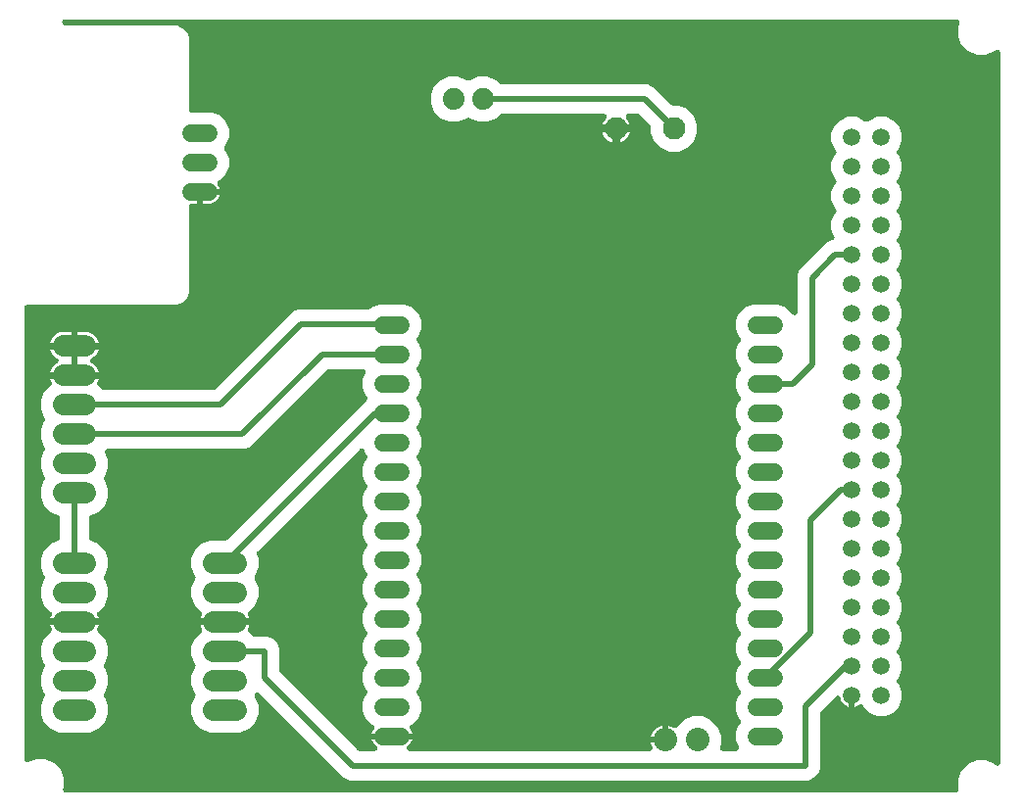
<source format=gbr>
G04 EAGLE Gerber RS-274X export*
G75*
%MOMM*%
%FSLAX34Y34*%
%LPD*%
%INTop Copper*%
%IPPOS*%
%AMOC8*
5,1,8,0,0,1.08239X$1,22.5*%
G01*
%ADD10C,1.524000*%
%ADD11C,1.879600*%
%ADD12C,1.950000*%
%ADD13C,1.508000*%
%ADD14C,1.879600*%
%ADD15C,2.032000*%
%ADD16C,0.508000*%
%ADD17C,0.500000*%

G36*
X814617Y10169D02*
X814617Y10169D01*
X814710Y10168D01*
X814839Y10189D01*
X814969Y10201D01*
X815059Y10225D01*
X815151Y10241D01*
X815274Y10285D01*
X815399Y10319D01*
X815484Y10360D01*
X815572Y10391D01*
X815684Y10456D01*
X815802Y10512D01*
X815878Y10567D01*
X815959Y10614D01*
X816058Y10698D01*
X816164Y10774D01*
X816229Y10842D01*
X816300Y10902D01*
X816383Y11003D01*
X816474Y11096D01*
X816525Y11174D01*
X816585Y11246D01*
X816649Y11360D01*
X816721Y11468D01*
X816758Y11554D01*
X816804Y11636D01*
X816846Y11759D01*
X816898Y11879D01*
X816919Y11970D01*
X816949Y12058D01*
X816969Y12187D01*
X816999Y12314D01*
X817004Y12407D01*
X817018Y12499D01*
X817015Y12630D01*
X817021Y12760D01*
X817009Y12852D01*
X817007Y12946D01*
X816980Y13074D01*
X816963Y13203D01*
X816935Y13292D01*
X816916Y13383D01*
X816833Y13616D01*
X816769Y13770D01*
X816769Y21790D01*
X819839Y29200D01*
X825510Y34871D01*
X832920Y37941D01*
X840940Y37941D01*
X848350Y34871D01*
X848973Y34249D01*
X849078Y34161D01*
X849176Y34066D01*
X849249Y34018D01*
X849316Y33962D01*
X849435Y33895D01*
X849548Y33819D01*
X849628Y33785D01*
X849704Y33742D01*
X849833Y33696D01*
X849959Y33642D01*
X850043Y33622D01*
X850125Y33594D01*
X850260Y33572D01*
X850394Y33541D01*
X850480Y33537D01*
X850566Y33523D01*
X850703Y33526D01*
X850840Y33519D01*
X850926Y33530D01*
X851013Y33532D01*
X851147Y33559D01*
X851283Y33576D01*
X851366Y33603D01*
X851451Y33620D01*
X851578Y33671D01*
X851708Y33712D01*
X851785Y33753D01*
X851866Y33785D01*
X851982Y33857D01*
X852103Y33921D01*
X852172Y33975D01*
X852245Y34021D01*
X852347Y34113D01*
X852454Y34197D01*
X852512Y34262D01*
X852576Y34321D01*
X852660Y34429D01*
X852751Y34532D01*
X852796Y34606D01*
X852849Y34675D01*
X852912Y34796D01*
X852983Y34913D01*
X853014Y34994D01*
X853054Y35072D01*
X853094Y35202D01*
X853143Y35330D01*
X853160Y35416D01*
X853185Y35499D01*
X853201Y35634D01*
X853227Y35769D01*
X853234Y35905D01*
X853238Y35942D01*
X853237Y35966D01*
X853239Y36016D01*
X853239Y649784D01*
X853227Y649920D01*
X853224Y650057D01*
X853207Y650142D01*
X853199Y650229D01*
X853163Y650361D01*
X853136Y650495D01*
X853104Y650576D01*
X853081Y650660D01*
X853022Y650783D01*
X852971Y650910D01*
X852925Y650984D01*
X852888Y651062D01*
X852807Y651173D01*
X852735Y651289D01*
X852677Y651354D01*
X852626Y651424D01*
X852527Y651519D01*
X852435Y651620D01*
X852366Y651673D01*
X852304Y651734D01*
X852190Y651809D01*
X852081Y651893D01*
X852004Y651933D01*
X851932Y651981D01*
X851806Y652035D01*
X851684Y652098D01*
X851601Y652124D01*
X851521Y652158D01*
X851389Y652189D01*
X851257Y652229D01*
X851171Y652239D01*
X851086Y652259D01*
X850950Y652266D01*
X850814Y652282D01*
X850727Y652277D01*
X850640Y652281D01*
X850505Y652264D01*
X850368Y652255D01*
X850283Y652235D01*
X850197Y652224D01*
X850067Y652182D01*
X849934Y652150D01*
X849854Y652114D01*
X849772Y652088D01*
X849651Y652024D01*
X849526Y651968D01*
X849454Y651920D01*
X849377Y651879D01*
X849269Y651794D01*
X849156Y651717D01*
X849055Y651626D01*
X849026Y651603D01*
X849010Y651585D01*
X848973Y651551D01*
X848350Y650929D01*
X840940Y647859D01*
X832920Y647859D01*
X825510Y650929D01*
X819839Y656600D01*
X816769Y664010D01*
X816769Y672030D01*
X818096Y675234D01*
X818124Y675323D01*
X818161Y675409D01*
X818191Y675535D01*
X818230Y675660D01*
X818241Y675753D01*
X818262Y675844D01*
X818269Y675974D01*
X818285Y676103D01*
X818280Y676197D01*
X818284Y676290D01*
X818268Y676419D01*
X818260Y676549D01*
X818239Y676640D01*
X818227Y676733D01*
X818187Y676857D01*
X818157Y676984D01*
X818120Y677069D01*
X818091Y677158D01*
X818030Y677273D01*
X817978Y677393D01*
X817926Y677471D01*
X817882Y677553D01*
X817801Y677655D01*
X817729Y677764D01*
X817664Y677831D01*
X817606Y677904D01*
X817508Y677991D01*
X817418Y678084D01*
X817342Y678139D01*
X817272Y678201D01*
X817160Y678268D01*
X817054Y678344D01*
X816970Y678384D01*
X816890Y678433D01*
X816768Y678480D01*
X816651Y678535D01*
X816561Y678560D01*
X816473Y678593D01*
X816345Y678618D01*
X816219Y678652D01*
X816126Y678659D01*
X816034Y678677D01*
X815787Y678689D01*
X45273Y678689D01*
X45180Y678681D01*
X45086Y678682D01*
X44958Y678661D01*
X44828Y678649D01*
X44738Y678625D01*
X44646Y678609D01*
X44523Y678565D01*
X44397Y678531D01*
X44313Y678490D01*
X44225Y678459D01*
X44112Y678394D01*
X43994Y678338D01*
X43919Y678283D01*
X43838Y678236D01*
X43738Y678152D01*
X43633Y678076D01*
X43568Y678008D01*
X43496Y677948D01*
X43413Y677848D01*
X43323Y677754D01*
X43271Y677676D01*
X43212Y677604D01*
X43148Y677490D01*
X43076Y677382D01*
X43039Y677296D01*
X42993Y677214D01*
X42950Y677091D01*
X42899Y676971D01*
X42878Y676881D01*
X42847Y676792D01*
X42827Y676663D01*
X42798Y676536D01*
X42793Y676443D01*
X42779Y676351D01*
X42782Y676220D01*
X42776Y676090D01*
X42788Y675998D01*
X42790Y675904D01*
X42816Y675776D01*
X42833Y675647D01*
X42862Y675558D01*
X42881Y675467D01*
X42964Y675234D01*
X43208Y674644D01*
X43211Y674638D01*
X43213Y674632D01*
X43315Y674440D01*
X43415Y674248D01*
X43419Y674243D01*
X43422Y674237D01*
X43557Y674066D01*
X43690Y673895D01*
X43695Y673891D01*
X43699Y673886D01*
X43863Y673740D01*
X44022Y673597D01*
X44028Y673594D01*
X44033Y673589D01*
X44219Y673476D01*
X44403Y673363D01*
X44409Y673361D01*
X44414Y673357D01*
X44616Y673279D01*
X44819Y673200D01*
X44825Y673199D01*
X44831Y673197D01*
X45044Y673156D01*
X45257Y673114D01*
X45264Y673114D01*
X45270Y673113D01*
X45517Y673101D01*
X142226Y673101D01*
X146894Y671167D01*
X150467Y667594D01*
X152401Y662926D01*
X152401Y600580D01*
X152405Y600530D01*
X152403Y600480D01*
X152425Y600308D01*
X152441Y600135D01*
X152454Y600087D01*
X152460Y600037D01*
X152513Y599872D01*
X152559Y599704D01*
X152581Y599659D01*
X152596Y599612D01*
X152677Y599458D01*
X152752Y599302D01*
X152782Y599261D01*
X152805Y599217D01*
X152912Y599080D01*
X153014Y598940D01*
X153050Y598905D01*
X153081Y598866D01*
X153211Y598750D01*
X153336Y598630D01*
X153378Y598603D01*
X153416Y598569D01*
X153564Y598479D01*
X153708Y598383D01*
X153754Y598363D01*
X153797Y598337D01*
X153959Y598275D01*
X154119Y598206D01*
X154167Y598195D01*
X154214Y598177D01*
X154385Y598144D01*
X154554Y598105D01*
X154604Y598102D01*
X154653Y598093D01*
X154900Y598081D01*
X172657Y598081D01*
X179192Y595374D01*
X184194Y590372D01*
X186901Y583837D01*
X186901Y576763D01*
X184194Y570228D01*
X183333Y569367D01*
X183301Y569329D01*
X183264Y569295D01*
X183158Y569158D01*
X183047Y569024D01*
X183022Y568981D01*
X182991Y568941D01*
X182912Y568787D01*
X182826Y568636D01*
X182809Y568589D01*
X182786Y568544D01*
X182735Y568378D01*
X182678Y568215D01*
X182670Y568165D01*
X182655Y568117D01*
X182635Y567945D01*
X182607Y567774D01*
X182608Y567724D01*
X182602Y567674D01*
X182612Y567500D01*
X182616Y567327D01*
X182626Y567278D01*
X182629Y567228D01*
X182670Y567059D01*
X182704Y566889D01*
X182723Y566843D01*
X182735Y566794D01*
X182805Y566635D01*
X182869Y566474D01*
X182896Y566431D01*
X182916Y566386D01*
X183014Y566242D01*
X183105Y566095D01*
X183139Y566058D01*
X183167Y566016D01*
X183333Y565833D01*
X184194Y564972D01*
X186901Y558437D01*
X186901Y551363D01*
X184194Y544828D01*
X179192Y539826D01*
X178266Y539443D01*
X178159Y539387D01*
X178048Y539340D01*
X177962Y539283D01*
X177870Y539236D01*
X177775Y539161D01*
X177674Y539095D01*
X177599Y539025D01*
X177518Y538961D01*
X177437Y538871D01*
X177349Y538788D01*
X177288Y538705D01*
X177220Y538629D01*
X177156Y538526D01*
X177085Y538428D01*
X177039Y538336D01*
X176985Y538248D01*
X176941Y538136D01*
X176888Y538027D01*
X176860Y537928D01*
X176823Y537832D01*
X176800Y537714D01*
X176767Y537597D01*
X176757Y537495D01*
X176737Y537394D01*
X176735Y537273D01*
X176723Y537153D01*
X176732Y537050D01*
X176730Y536947D01*
X176750Y536828D01*
X176760Y536708D01*
X176786Y536608D01*
X176803Y536506D01*
X176844Y536393D01*
X176875Y536276D01*
X176919Y536183D01*
X176953Y536086D01*
X177014Y535981D01*
X177065Y535872D01*
X177161Y535725D01*
X177176Y535699D01*
X177185Y535688D01*
X177200Y535665D01*
X177810Y534825D01*
X178536Y533400D01*
X178979Y532039D01*
X161540Y532039D01*
X161490Y532035D01*
X161440Y532037D01*
X161269Y532015D01*
X161095Y531999D01*
X161047Y531986D01*
X160997Y531980D01*
X160832Y531927D01*
X160665Y531881D01*
X160619Y531859D01*
X160572Y531844D01*
X160419Y531763D01*
X160262Y531688D01*
X160221Y531658D01*
X160177Y531635D01*
X160041Y531528D01*
X159900Y531426D01*
X159865Y531390D01*
X159826Y531359D01*
X159776Y531302D01*
X159746Y531278D01*
X159630Y531148D01*
X159510Y531023D01*
X159483Y530982D01*
X159449Y530944D01*
X159359Y530796D01*
X159263Y530651D01*
X159243Y530605D01*
X159217Y530563D01*
X159155Y530401D01*
X159086Y530241D01*
X159075Y530193D01*
X159057Y530146D01*
X159024Y529975D01*
X158985Y529806D01*
X158982Y529756D01*
X158973Y529707D01*
X158961Y529460D01*
X158961Y519339D01*
X154900Y519339D01*
X154850Y519335D01*
X154800Y519337D01*
X154628Y519315D01*
X154455Y519299D01*
X154407Y519286D01*
X154357Y519280D01*
X154192Y519227D01*
X154024Y519181D01*
X153979Y519159D01*
X153932Y519144D01*
X153778Y519063D01*
X153622Y518988D01*
X153581Y518958D01*
X153537Y518935D01*
X153400Y518827D01*
X153260Y518726D01*
X153225Y518690D01*
X153186Y518659D01*
X153071Y518529D01*
X152950Y518404D01*
X152923Y518362D01*
X152889Y518324D01*
X152799Y518176D01*
X152703Y518032D01*
X152683Y517986D01*
X152657Y517943D01*
X152595Y517781D01*
X152526Y517621D01*
X152515Y517573D01*
X152497Y517526D01*
X152464Y517355D01*
X152425Y517186D01*
X152422Y517136D01*
X152413Y517087D01*
X152401Y516840D01*
X152401Y441974D01*
X150467Y437306D01*
X146894Y433733D01*
X142226Y431799D01*
X12660Y431799D01*
X12610Y431795D01*
X12560Y431797D01*
X12388Y431775D01*
X12215Y431759D01*
X12167Y431746D01*
X12117Y431740D01*
X11952Y431687D01*
X11784Y431641D01*
X11739Y431619D01*
X11692Y431604D01*
X11538Y431523D01*
X11382Y431448D01*
X11341Y431418D01*
X11297Y431395D01*
X11160Y431288D01*
X11020Y431186D01*
X10985Y431150D01*
X10946Y431119D01*
X10830Y430989D01*
X10710Y430864D01*
X10683Y430822D01*
X10649Y430784D01*
X10559Y430636D01*
X10463Y430492D01*
X10443Y430446D01*
X10417Y430403D01*
X10355Y430241D01*
X10286Y430081D01*
X10275Y430033D01*
X10257Y429986D01*
X10224Y429815D01*
X10185Y429646D01*
X10182Y429596D01*
X10173Y429547D01*
X10161Y429300D01*
X10161Y38826D01*
X10169Y38733D01*
X10168Y38639D01*
X10189Y38511D01*
X10201Y38381D01*
X10225Y38291D01*
X10241Y38199D01*
X10285Y38076D01*
X10319Y37950D01*
X10360Y37866D01*
X10391Y37778D01*
X10456Y37665D01*
X10512Y37548D01*
X10567Y37472D01*
X10614Y37391D01*
X10698Y37291D01*
X10774Y37186D01*
X10842Y37121D01*
X10902Y37050D01*
X11003Y36966D01*
X11096Y36876D01*
X11174Y36825D01*
X11246Y36765D01*
X11360Y36701D01*
X11468Y36629D01*
X11554Y36592D01*
X11636Y36546D01*
X11759Y36504D01*
X11879Y36452D01*
X11969Y36431D01*
X12058Y36400D01*
X12187Y36380D01*
X12314Y36351D01*
X12407Y36346D01*
X12499Y36332D01*
X12630Y36335D01*
X12760Y36329D01*
X12852Y36341D01*
X12946Y36343D01*
X13074Y36370D01*
X13203Y36386D01*
X13292Y36415D01*
X13383Y36434D01*
X13616Y36517D01*
X20120Y39211D01*
X28140Y39211D01*
X35550Y36141D01*
X41221Y30470D01*
X44291Y23060D01*
X44291Y15040D01*
X43701Y13616D01*
X43673Y13527D01*
X43636Y13441D01*
X43607Y13315D01*
X43568Y13190D01*
X43556Y13097D01*
X43535Y13006D01*
X43529Y12876D01*
X43512Y12747D01*
X43518Y12653D01*
X43513Y12560D01*
X43530Y12431D01*
X43537Y12301D01*
X43558Y12210D01*
X43571Y12117D01*
X43610Y11993D01*
X43640Y11866D01*
X43678Y11781D01*
X43706Y11692D01*
X43767Y11576D01*
X43819Y11457D01*
X43872Y11380D01*
X43915Y11297D01*
X43996Y11194D01*
X44069Y11086D01*
X44134Y11019D01*
X44191Y10946D01*
X44289Y10859D01*
X44380Y10766D01*
X44456Y10711D01*
X44526Y10649D01*
X44637Y10582D01*
X44743Y10506D01*
X44828Y10466D01*
X44907Y10417D01*
X45029Y10370D01*
X45147Y10315D01*
X45237Y10290D01*
X45324Y10257D01*
X45452Y10232D01*
X45578Y10198D01*
X45671Y10191D01*
X45763Y10173D01*
X46010Y10161D01*
X814524Y10161D01*
X814617Y10169D01*
G37*
%LPC*%
G36*
X291174Y20899D02*
X291174Y20899D01*
X286506Y22833D01*
X213116Y96223D01*
X213077Y96255D01*
X213044Y96292D01*
X212906Y96398D01*
X212773Y96509D01*
X212729Y96534D01*
X212690Y96565D01*
X212535Y96644D01*
X212384Y96730D01*
X212337Y96747D01*
X212293Y96770D01*
X212127Y96820D01*
X211963Y96878D01*
X211913Y96886D01*
X211866Y96901D01*
X211694Y96921D01*
X211522Y96949D01*
X211472Y96948D01*
X211422Y96954D01*
X211249Y96943D01*
X211075Y96940D01*
X211026Y96930D01*
X210976Y96927D01*
X210808Y96886D01*
X210637Y96852D01*
X210591Y96833D01*
X210542Y96821D01*
X210384Y96751D01*
X210222Y96687D01*
X210180Y96660D01*
X210134Y96640D01*
X209990Y96542D01*
X209843Y96451D01*
X209806Y96417D01*
X209765Y96389D01*
X209581Y96223D01*
X209525Y96167D01*
X209493Y96129D01*
X209456Y96095D01*
X209350Y95958D01*
X209239Y95824D01*
X209214Y95781D01*
X209184Y95741D01*
X209104Y95587D01*
X209018Y95436D01*
X209002Y95389D01*
X208979Y95344D01*
X208928Y95178D01*
X208870Y95015D01*
X208862Y94965D01*
X208848Y94917D01*
X208827Y94745D01*
X208799Y94574D01*
X208800Y94523D01*
X208795Y94474D01*
X208805Y94300D01*
X208808Y94127D01*
X208818Y94078D01*
X208821Y94028D01*
X208862Y93859D01*
X208897Y93689D01*
X208915Y93642D01*
X208927Y93594D01*
X208997Y93435D01*
X209062Y93274D01*
X209088Y93231D01*
X209108Y93186D01*
X209206Y93042D01*
X209298Y92895D01*
X209331Y92858D01*
X209359Y92816D01*
X209368Y92807D01*
X212357Y85591D01*
X212357Y77809D01*
X209379Y70621D01*
X203877Y65119D01*
X196689Y62141D01*
X170111Y62141D01*
X162923Y65119D01*
X157421Y70621D01*
X154443Y77809D01*
X154443Y85591D01*
X157444Y92835D01*
X157450Y92842D01*
X157561Y92975D01*
X157586Y93019D01*
X157616Y93059D01*
X157696Y93213D01*
X157782Y93364D01*
X157798Y93411D01*
X157821Y93456D01*
X157872Y93621D01*
X157930Y93785D01*
X157938Y93835D01*
X157952Y93883D01*
X157973Y94055D01*
X158000Y94226D01*
X157999Y94276D01*
X158005Y94326D01*
X157995Y94499D01*
X157992Y94673D01*
X157982Y94722D01*
X157979Y94772D01*
X157938Y94940D01*
X157903Y95111D01*
X157885Y95157D01*
X157873Y95206D01*
X157803Y95364D01*
X157739Y95526D01*
X157712Y95568D01*
X157692Y95614D01*
X157594Y95758D01*
X157502Y95905D01*
X157469Y95942D01*
X157441Y95984D01*
X157433Y95993D01*
X154443Y103209D01*
X154443Y110991D01*
X157444Y118235D01*
X157450Y118242D01*
X157561Y118375D01*
X157586Y118419D01*
X157616Y118459D01*
X157696Y118613D01*
X157782Y118764D01*
X157798Y118811D01*
X157821Y118856D01*
X157872Y119021D01*
X157930Y119185D01*
X157938Y119235D01*
X157952Y119283D01*
X157973Y119455D01*
X158000Y119626D01*
X157999Y119676D01*
X158005Y119726D01*
X157995Y119899D01*
X157992Y120073D01*
X157982Y120122D01*
X157979Y120172D01*
X157938Y120340D01*
X157903Y120511D01*
X157885Y120557D01*
X157873Y120606D01*
X157803Y120764D01*
X157739Y120926D01*
X157712Y120968D01*
X157692Y121014D01*
X157594Y121158D01*
X157502Y121305D01*
X157469Y121342D01*
X157441Y121384D01*
X157433Y121393D01*
X154443Y128609D01*
X154443Y136391D01*
X157421Y143579D01*
X163079Y149237D01*
X163146Y149317D01*
X163220Y149391D01*
X163289Y149489D01*
X163365Y149580D01*
X163417Y149671D01*
X163477Y149757D01*
X163527Y149865D01*
X163586Y149968D01*
X163621Y150067D01*
X163665Y150162D01*
X163694Y150277D01*
X163734Y150390D01*
X163751Y150493D01*
X163777Y150594D01*
X163786Y150713D01*
X163805Y150831D01*
X163803Y150935D01*
X163810Y151040D01*
X163798Y151158D01*
X163796Y151277D01*
X163775Y151380D01*
X163764Y151484D01*
X163731Y151599D01*
X163707Y151715D01*
X163669Y151812D01*
X163640Y151913D01*
X163547Y152121D01*
X163543Y152130D01*
X163541Y152133D01*
X163538Y152139D01*
X162938Y153317D01*
X162357Y155105D01*
X162357Y155107D01*
X183106Y155107D01*
X183156Y155111D01*
X183206Y155109D01*
X183368Y155130D01*
X183398Y155128D01*
X183447Y155119D01*
X183694Y155107D01*
X204443Y155107D01*
X204443Y155105D01*
X203862Y153317D01*
X203262Y152139D01*
X203223Y152042D01*
X203175Y151949D01*
X203140Y151835D01*
X203095Y151724D01*
X203074Y151622D01*
X203043Y151522D01*
X203029Y151403D01*
X203005Y151287D01*
X203003Y151182D01*
X202990Y151078D01*
X202997Y150959D01*
X202995Y150840D01*
X203011Y150737D01*
X203017Y150632D01*
X203045Y150517D01*
X203064Y150399D01*
X203098Y150300D01*
X203123Y150198D01*
X203171Y150089D01*
X203210Y149977D01*
X203262Y149885D01*
X203304Y149790D01*
X203371Y149691D01*
X203429Y149588D01*
X203496Y149507D01*
X203555Y149420D01*
X203708Y149252D01*
X203715Y149244D01*
X203717Y149242D01*
X203721Y149237D01*
X207026Y145933D01*
X207169Y145813D01*
X207308Y145689D01*
X207340Y145670D01*
X207368Y145646D01*
X207531Y145554D01*
X207690Y145457D01*
X207724Y145444D01*
X207757Y145426D01*
X207932Y145364D01*
X208107Y145297D01*
X208143Y145290D01*
X208178Y145277D01*
X208362Y145248D01*
X208546Y145213D01*
X208596Y145210D01*
X208619Y145207D01*
X208656Y145208D01*
X208793Y145201D01*
X220026Y145201D01*
X224694Y143267D01*
X228267Y139694D01*
X230201Y135026D01*
X230201Y116096D01*
X230217Y115910D01*
X230229Y115724D01*
X230237Y115688D01*
X230241Y115651D01*
X230290Y115471D01*
X230334Y115290D01*
X230349Y115256D01*
X230359Y115220D01*
X230440Y115052D01*
X230516Y114882D01*
X230536Y114851D01*
X230552Y114818D01*
X230662Y114667D01*
X230767Y114512D01*
X230801Y114475D01*
X230814Y114456D01*
X230841Y114430D01*
X230933Y114329D01*
X298229Y47033D01*
X298372Y46913D01*
X298512Y46789D01*
X298543Y46770D01*
X298572Y46746D01*
X298734Y46654D01*
X298893Y46557D01*
X298928Y46544D01*
X298960Y46526D01*
X299136Y46464D01*
X299310Y46397D01*
X299346Y46390D01*
X299381Y46377D01*
X299566Y46348D01*
X299749Y46313D01*
X299799Y46310D01*
X299822Y46307D01*
X299859Y46308D01*
X299996Y46301D01*
X312681Y46301D01*
X312790Y46311D01*
X312899Y46310D01*
X313012Y46330D01*
X313126Y46341D01*
X313231Y46370D01*
X313339Y46389D01*
X313446Y46429D01*
X313556Y46459D01*
X313655Y46507D01*
X313758Y46545D01*
X313856Y46603D01*
X313959Y46652D01*
X314048Y46717D01*
X314142Y46772D01*
X314228Y46847D01*
X314321Y46914D01*
X314397Y46993D01*
X314480Y47065D01*
X314551Y47154D01*
X314630Y47236D01*
X314691Y47328D01*
X314760Y47413D01*
X314814Y47513D01*
X314878Y47608D01*
X314921Y47709D01*
X314973Y47805D01*
X315009Y47914D01*
X315055Y48019D01*
X315079Y48125D01*
X315114Y48229D01*
X315130Y48342D01*
X315156Y48454D01*
X315161Y48563D01*
X315177Y48671D01*
X315172Y48786D01*
X315178Y48900D01*
X315164Y49008D01*
X315160Y49118D01*
X315135Y49229D01*
X315120Y49343D01*
X315087Y49447D01*
X315063Y49554D01*
X315019Y49660D01*
X314985Y49768D01*
X314933Y49865D01*
X314891Y49966D01*
X314829Y50062D01*
X314776Y50163D01*
X314708Y50249D01*
X314648Y50341D01*
X314570Y50424D01*
X314499Y50514D01*
X314417Y50587D01*
X314342Y50667D01*
X314179Y50798D01*
X314165Y50811D01*
X314159Y50814D01*
X314150Y50822D01*
X313561Y51250D01*
X312430Y52381D01*
X311490Y53675D01*
X310764Y55100D01*
X310321Y56461D01*
X327760Y56461D01*
X327788Y56463D01*
X327840Y56461D01*
X345279Y56461D01*
X344836Y55100D01*
X344110Y53675D01*
X343170Y52381D01*
X342039Y51250D01*
X341450Y50822D01*
X341368Y50750D01*
X341279Y50686D01*
X341200Y50603D01*
X341114Y50528D01*
X341045Y50443D01*
X340970Y50364D01*
X340906Y50268D01*
X340835Y50179D01*
X340783Y50083D01*
X340722Y49992D01*
X340677Y49887D01*
X340623Y49786D01*
X340589Y49682D01*
X340545Y49581D01*
X340519Y49470D01*
X340484Y49361D01*
X340469Y49253D01*
X340444Y49146D01*
X340439Y49032D01*
X340423Y48919D01*
X340427Y48810D01*
X340422Y48700D01*
X340437Y48587D01*
X340442Y48473D01*
X340466Y48366D01*
X340480Y48257D01*
X340514Y48148D01*
X340539Y48037D01*
X340582Y47936D01*
X340615Y47832D01*
X340669Y47731D01*
X340713Y47625D01*
X340773Y47534D01*
X340824Y47437D01*
X340895Y47347D01*
X340958Y47251D01*
X341033Y47172D01*
X341101Y47086D01*
X341186Y47010D01*
X341265Y46927D01*
X341353Y46862D01*
X341435Y46789D01*
X341533Y46730D01*
X341625Y46662D01*
X341723Y46614D01*
X341816Y46557D01*
X341923Y46516D01*
X342026Y46466D01*
X342131Y46436D01*
X342233Y46397D01*
X342346Y46375D01*
X342456Y46344D01*
X342565Y46334D01*
X342672Y46313D01*
X342882Y46303D01*
X342900Y46301D01*
X342907Y46301D01*
X342919Y46301D01*
X550347Y46301D01*
X550537Y46318D01*
X550728Y46330D01*
X550759Y46338D01*
X550791Y46341D01*
X550976Y46391D01*
X551162Y46437D01*
X551191Y46451D01*
X551222Y46459D01*
X551395Y46542D01*
X551569Y46620D01*
X551596Y46638D01*
X551625Y46652D01*
X551780Y46765D01*
X551938Y46873D01*
X551961Y46895D01*
X551987Y46914D01*
X552119Y47052D01*
X552255Y47187D01*
X552274Y47213D01*
X552296Y47236D01*
X552402Y47395D01*
X552512Y47552D01*
X552526Y47582D01*
X552544Y47608D01*
X552619Y47784D01*
X552700Y47958D01*
X552708Y47989D01*
X552721Y48019D01*
X552764Y48205D01*
X552812Y48390D01*
X552814Y48422D01*
X552822Y48454D01*
X552831Y48644D01*
X552846Y48836D01*
X552842Y48868D01*
X552844Y48900D01*
X552819Y49089D01*
X552799Y49280D01*
X552790Y49311D01*
X552786Y49343D01*
X552728Y49525D01*
X552675Y49709D01*
X552657Y49749D01*
X552651Y49768D01*
X552634Y49800D01*
X552573Y49935D01*
X552110Y50845D01*
X551492Y52746D01*
X551423Y53181D01*
X563840Y53181D01*
X563890Y53185D01*
X563940Y53183D01*
X564111Y53205D01*
X564285Y53221D01*
X564333Y53234D01*
X564383Y53240D01*
X564548Y53293D01*
X564715Y53339D01*
X564761Y53361D01*
X564808Y53376D01*
X564961Y53457D01*
X565118Y53532D01*
X565159Y53562D01*
X565203Y53585D01*
X565339Y53692D01*
X565480Y53794D01*
X565515Y53830D01*
X565554Y53861D01*
X565604Y53918D01*
X565634Y53942D01*
X565750Y54072D01*
X565870Y54197D01*
X565897Y54238D01*
X565931Y54276D01*
X566021Y54424D01*
X566117Y54569D01*
X566137Y54615D01*
X566163Y54657D01*
X566225Y54819D01*
X566294Y54979D01*
X566305Y55027D01*
X566323Y55074D01*
X566356Y55245D01*
X566395Y55414D01*
X566398Y55464D01*
X566407Y55513D01*
X566419Y55760D01*
X566419Y68177D01*
X566854Y68108D01*
X568756Y67490D01*
X570536Y66583D01*
X570883Y66331D01*
X570987Y66269D01*
X571085Y66198D01*
X571178Y66154D01*
X571267Y66102D01*
X571380Y66059D01*
X571489Y66007D01*
X571588Y65981D01*
X571685Y65944D01*
X571804Y65922D01*
X571920Y65891D01*
X572023Y65882D01*
X572124Y65864D01*
X572245Y65864D01*
X572365Y65853D01*
X572468Y65863D01*
X572571Y65863D01*
X572690Y65884D01*
X572810Y65896D01*
X572909Y65924D01*
X573011Y65942D01*
X573124Y65984D01*
X573240Y66016D01*
X573333Y66061D01*
X573429Y66097D01*
X573533Y66159D01*
X573642Y66212D01*
X573725Y66273D01*
X573814Y66325D01*
X573905Y66404D01*
X574002Y66475D01*
X574073Y66550D01*
X574151Y66618D01*
X574227Y66712D01*
X574310Y66799D01*
X574367Y66885D01*
X574431Y66965D01*
X574489Y67072D01*
X574555Y67173D01*
X574574Y67212D01*
X580309Y72947D01*
X587778Y76041D01*
X595862Y76041D01*
X603331Y72947D01*
X609047Y67231D01*
X612141Y59762D01*
X612141Y51678D01*
X611345Y49756D01*
X611317Y49667D01*
X611280Y49581D01*
X611250Y49455D01*
X611211Y49330D01*
X611200Y49237D01*
X611179Y49146D01*
X611172Y49016D01*
X611156Y48887D01*
X611161Y48793D01*
X611157Y48700D01*
X611173Y48571D01*
X611180Y48441D01*
X611202Y48350D01*
X611214Y48257D01*
X611254Y48133D01*
X611284Y48006D01*
X611321Y47921D01*
X611350Y47832D01*
X611411Y47717D01*
X611463Y47597D01*
X611515Y47519D01*
X611559Y47437D01*
X611639Y47335D01*
X611712Y47226D01*
X611777Y47159D01*
X611835Y47086D01*
X611933Y46999D01*
X612023Y46906D01*
X612099Y46851D01*
X612169Y46789D01*
X612281Y46722D01*
X612387Y46646D01*
X612471Y46606D01*
X612551Y46557D01*
X612673Y46510D01*
X612790Y46455D01*
X612880Y46430D01*
X612968Y46397D01*
X613096Y46372D01*
X613222Y46338D01*
X613315Y46331D01*
X613407Y46313D01*
X613654Y46301D01*
X625054Y46301D01*
X625147Y46309D01*
X625241Y46308D01*
X625369Y46329D01*
X625499Y46341D01*
X625589Y46365D01*
X625681Y46381D01*
X625804Y46425D01*
X625930Y46459D01*
X626014Y46500D01*
X626102Y46531D01*
X626215Y46596D01*
X626332Y46652D01*
X626408Y46707D01*
X626489Y46754D01*
X626589Y46838D01*
X626694Y46914D01*
X626759Y46982D01*
X626830Y47042D01*
X626914Y47142D01*
X627004Y47236D01*
X627056Y47314D01*
X627115Y47386D01*
X627179Y47500D01*
X627251Y47608D01*
X627288Y47694D01*
X627334Y47776D01*
X627376Y47899D01*
X627428Y48019D01*
X627449Y48109D01*
X627480Y48198D01*
X627500Y48327D01*
X627529Y48454D01*
X627534Y48547D01*
X627548Y48639D01*
X627545Y48770D01*
X627551Y48900D01*
X627539Y48992D01*
X627537Y49086D01*
X627510Y49214D01*
X627494Y49343D01*
X627465Y49432D01*
X627446Y49523D01*
X627363Y49756D01*
X624999Y55463D01*
X624999Y62537D01*
X627706Y69072D01*
X628567Y69933D01*
X628599Y69971D01*
X628636Y70005D01*
X628742Y70142D01*
X628853Y70276D01*
X628878Y70319D01*
X628909Y70359D01*
X628988Y70513D01*
X629074Y70664D01*
X629091Y70711D01*
X629114Y70756D01*
X629165Y70922D01*
X629222Y71085D01*
X629230Y71135D01*
X629245Y71183D01*
X629265Y71355D01*
X629293Y71526D01*
X629292Y71576D01*
X629298Y71626D01*
X629288Y71800D01*
X629284Y71973D01*
X629274Y72022D01*
X629271Y72072D01*
X629230Y72241D01*
X629196Y72411D01*
X629177Y72457D01*
X629165Y72506D01*
X629095Y72665D01*
X629031Y72826D01*
X629004Y72869D01*
X628984Y72914D01*
X628886Y73058D01*
X628795Y73205D01*
X628761Y73242D01*
X628733Y73284D01*
X628567Y73467D01*
X627706Y74328D01*
X624999Y80863D01*
X624999Y87937D01*
X627706Y94472D01*
X628567Y95333D01*
X628599Y95371D01*
X628636Y95405D01*
X628742Y95542D01*
X628853Y95676D01*
X628878Y95719D01*
X628909Y95759D01*
X628988Y95913D01*
X629074Y96064D01*
X629091Y96111D01*
X629114Y96156D01*
X629165Y96322D01*
X629222Y96485D01*
X629230Y96535D01*
X629245Y96583D01*
X629265Y96755D01*
X629293Y96926D01*
X629292Y96976D01*
X629298Y97026D01*
X629288Y97200D01*
X629284Y97373D01*
X629274Y97422D01*
X629271Y97472D01*
X629230Y97641D01*
X629196Y97811D01*
X629177Y97857D01*
X629165Y97906D01*
X629095Y98065D01*
X629031Y98226D01*
X629004Y98269D01*
X628984Y98314D01*
X628886Y98458D01*
X628795Y98605D01*
X628761Y98642D01*
X628733Y98684D01*
X628567Y98867D01*
X627706Y99728D01*
X624999Y106263D01*
X624999Y113337D01*
X627706Y119872D01*
X628567Y120733D01*
X628599Y120771D01*
X628636Y120805D01*
X628742Y120942D01*
X628853Y121076D01*
X628878Y121119D01*
X628909Y121159D01*
X628988Y121313D01*
X629074Y121464D01*
X629091Y121511D01*
X629114Y121556D01*
X629165Y121722D01*
X629222Y121885D01*
X629230Y121935D01*
X629245Y121983D01*
X629265Y122155D01*
X629293Y122326D01*
X629292Y122376D01*
X629298Y122426D01*
X629288Y122600D01*
X629284Y122773D01*
X629274Y122822D01*
X629271Y122872D01*
X629230Y123041D01*
X629196Y123211D01*
X629177Y123257D01*
X629165Y123306D01*
X629095Y123465D01*
X629031Y123626D01*
X629004Y123669D01*
X628984Y123714D01*
X628886Y123858D01*
X628795Y124005D01*
X628761Y124042D01*
X628733Y124084D01*
X628567Y124267D01*
X627706Y125128D01*
X624999Y131663D01*
X624999Y138737D01*
X627706Y145272D01*
X628567Y146133D01*
X628599Y146171D01*
X628636Y146205D01*
X628742Y146342D01*
X628853Y146476D01*
X628878Y146519D01*
X628909Y146559D01*
X628988Y146713D01*
X629074Y146864D01*
X629091Y146911D01*
X629114Y146956D01*
X629165Y147122D01*
X629222Y147285D01*
X629230Y147335D01*
X629245Y147383D01*
X629265Y147555D01*
X629293Y147726D01*
X629292Y147776D01*
X629298Y147826D01*
X629288Y148000D01*
X629284Y148173D01*
X629274Y148222D01*
X629271Y148272D01*
X629230Y148441D01*
X629196Y148611D01*
X629177Y148657D01*
X629165Y148706D01*
X629095Y148865D01*
X629031Y149026D01*
X629004Y149069D01*
X628984Y149114D01*
X628886Y149258D01*
X628795Y149405D01*
X628761Y149442D01*
X628733Y149484D01*
X628567Y149667D01*
X627706Y150528D01*
X624999Y157063D01*
X624999Y164137D01*
X627706Y170672D01*
X628567Y171533D01*
X628599Y171571D01*
X628636Y171605D01*
X628742Y171742D01*
X628853Y171876D01*
X628878Y171919D01*
X628909Y171959D01*
X628988Y172113D01*
X629074Y172264D01*
X629091Y172311D01*
X629114Y172356D01*
X629165Y172522D01*
X629222Y172685D01*
X629230Y172735D01*
X629245Y172783D01*
X629265Y172955D01*
X629293Y173126D01*
X629292Y173176D01*
X629298Y173226D01*
X629288Y173400D01*
X629284Y173573D01*
X629274Y173622D01*
X629271Y173672D01*
X629230Y173841D01*
X629196Y174011D01*
X629177Y174057D01*
X629165Y174106D01*
X629095Y174265D01*
X629031Y174426D01*
X629004Y174469D01*
X628984Y174514D01*
X628886Y174658D01*
X628795Y174805D01*
X628761Y174842D01*
X628733Y174884D01*
X628567Y175067D01*
X627706Y175928D01*
X624999Y182463D01*
X624999Y189537D01*
X627706Y196072D01*
X628567Y196933D01*
X628599Y196971D01*
X628636Y197005D01*
X628742Y197142D01*
X628853Y197276D01*
X628878Y197319D01*
X628909Y197359D01*
X628988Y197513D01*
X629074Y197664D01*
X629091Y197711D01*
X629114Y197756D01*
X629165Y197922D01*
X629222Y198085D01*
X629230Y198135D01*
X629245Y198183D01*
X629265Y198355D01*
X629293Y198526D01*
X629292Y198576D01*
X629298Y198626D01*
X629288Y198800D01*
X629284Y198973D01*
X629274Y199022D01*
X629271Y199072D01*
X629230Y199241D01*
X629196Y199411D01*
X629177Y199457D01*
X629165Y199506D01*
X629095Y199665D01*
X629031Y199826D01*
X629004Y199869D01*
X628984Y199914D01*
X628886Y200058D01*
X628795Y200205D01*
X628761Y200242D01*
X628733Y200284D01*
X628567Y200467D01*
X627706Y201328D01*
X624999Y207863D01*
X624999Y214937D01*
X627706Y221472D01*
X628567Y222333D01*
X628599Y222371D01*
X628636Y222405D01*
X628742Y222542D01*
X628853Y222676D01*
X628878Y222719D01*
X628909Y222759D01*
X628988Y222913D01*
X629074Y223064D01*
X629091Y223111D01*
X629114Y223156D01*
X629165Y223322D01*
X629222Y223485D01*
X629230Y223535D01*
X629245Y223583D01*
X629265Y223755D01*
X629293Y223926D01*
X629292Y223976D01*
X629298Y224026D01*
X629288Y224200D01*
X629284Y224373D01*
X629274Y224422D01*
X629271Y224472D01*
X629230Y224641D01*
X629196Y224811D01*
X629177Y224857D01*
X629165Y224906D01*
X629095Y225065D01*
X629031Y225226D01*
X629004Y225269D01*
X628984Y225314D01*
X628886Y225458D01*
X628795Y225605D01*
X628761Y225642D01*
X628733Y225684D01*
X628567Y225867D01*
X627706Y226728D01*
X624999Y233263D01*
X624999Y240337D01*
X627706Y246872D01*
X628567Y247733D01*
X628599Y247771D01*
X628636Y247805D01*
X628742Y247942D01*
X628853Y248076D01*
X628878Y248119D01*
X628909Y248159D01*
X628988Y248313D01*
X629074Y248464D01*
X629091Y248511D01*
X629114Y248556D01*
X629165Y248722D01*
X629222Y248885D01*
X629230Y248935D01*
X629245Y248983D01*
X629265Y249155D01*
X629293Y249326D01*
X629292Y249376D01*
X629298Y249426D01*
X629288Y249600D01*
X629284Y249773D01*
X629274Y249822D01*
X629271Y249872D01*
X629230Y250041D01*
X629196Y250211D01*
X629177Y250257D01*
X629165Y250306D01*
X629095Y250465D01*
X629031Y250626D01*
X629004Y250669D01*
X628984Y250714D01*
X628886Y250858D01*
X628795Y251005D01*
X628761Y251042D01*
X628733Y251084D01*
X628567Y251267D01*
X627706Y252128D01*
X624999Y258663D01*
X624999Y265737D01*
X627706Y272272D01*
X628567Y273133D01*
X628599Y273171D01*
X628636Y273205D01*
X628742Y273342D01*
X628853Y273476D01*
X628878Y273519D01*
X628909Y273559D01*
X628988Y273713D01*
X629074Y273864D01*
X629091Y273911D01*
X629114Y273956D01*
X629165Y274122D01*
X629222Y274285D01*
X629230Y274335D01*
X629245Y274383D01*
X629265Y274555D01*
X629293Y274726D01*
X629292Y274776D01*
X629298Y274826D01*
X629288Y275000D01*
X629284Y275173D01*
X629274Y275222D01*
X629271Y275272D01*
X629230Y275441D01*
X629196Y275611D01*
X629177Y275657D01*
X629165Y275706D01*
X629095Y275865D01*
X629031Y276026D01*
X629004Y276069D01*
X628984Y276114D01*
X628886Y276258D01*
X628795Y276405D01*
X628761Y276442D01*
X628733Y276484D01*
X628567Y276667D01*
X627706Y277528D01*
X624999Y284063D01*
X624999Y291137D01*
X627706Y297672D01*
X628567Y298533D01*
X628599Y298571D01*
X628636Y298605D01*
X628742Y298742D01*
X628853Y298876D01*
X628878Y298919D01*
X628909Y298959D01*
X628988Y299113D01*
X629074Y299264D01*
X629091Y299311D01*
X629114Y299356D01*
X629165Y299522D01*
X629222Y299685D01*
X629230Y299735D01*
X629245Y299783D01*
X629265Y299955D01*
X629293Y300126D01*
X629292Y300176D01*
X629298Y300226D01*
X629288Y300400D01*
X629284Y300573D01*
X629274Y300622D01*
X629271Y300672D01*
X629230Y300841D01*
X629196Y301011D01*
X629177Y301057D01*
X629165Y301106D01*
X629095Y301265D01*
X629031Y301426D01*
X629004Y301469D01*
X628984Y301514D01*
X628886Y301658D01*
X628795Y301805D01*
X628761Y301842D01*
X628733Y301884D01*
X628567Y302067D01*
X627706Y302928D01*
X624999Y309463D01*
X624999Y316537D01*
X627706Y323072D01*
X628567Y323933D01*
X628599Y323971D01*
X628636Y324005D01*
X628742Y324142D01*
X628853Y324276D01*
X628878Y324319D01*
X628909Y324359D01*
X628988Y324513D01*
X629074Y324664D01*
X629091Y324711D01*
X629114Y324756D01*
X629165Y324922D01*
X629222Y325085D01*
X629230Y325135D01*
X629245Y325183D01*
X629265Y325355D01*
X629293Y325526D01*
X629292Y325576D01*
X629298Y325626D01*
X629288Y325800D01*
X629284Y325973D01*
X629274Y326022D01*
X629271Y326072D01*
X629230Y326241D01*
X629196Y326411D01*
X629177Y326457D01*
X629165Y326506D01*
X629095Y326665D01*
X629031Y326826D01*
X629004Y326869D01*
X628984Y326914D01*
X628886Y327058D01*
X628795Y327205D01*
X628761Y327242D01*
X628733Y327284D01*
X628567Y327467D01*
X627706Y328328D01*
X624999Y334863D01*
X624999Y341937D01*
X627706Y348472D01*
X628567Y349333D01*
X628599Y349371D01*
X628636Y349405D01*
X628742Y349542D01*
X628853Y349676D01*
X628878Y349719D01*
X628909Y349759D01*
X628988Y349913D01*
X629074Y350064D01*
X629091Y350111D01*
X629114Y350156D01*
X629165Y350322D01*
X629222Y350485D01*
X629230Y350535D01*
X629245Y350583D01*
X629265Y350755D01*
X629293Y350926D01*
X629292Y350976D01*
X629298Y351026D01*
X629288Y351200D01*
X629284Y351373D01*
X629274Y351422D01*
X629271Y351472D01*
X629230Y351641D01*
X629196Y351811D01*
X629177Y351857D01*
X629165Y351906D01*
X629095Y352065D01*
X629031Y352226D01*
X629004Y352269D01*
X628984Y352314D01*
X628886Y352458D01*
X628795Y352605D01*
X628761Y352642D01*
X628733Y352684D01*
X628567Y352867D01*
X627706Y353728D01*
X624999Y360263D01*
X624999Y367337D01*
X627706Y373872D01*
X628567Y374733D01*
X628599Y374771D01*
X628636Y374805D01*
X628742Y374942D01*
X628853Y375076D01*
X628878Y375119D01*
X628909Y375159D01*
X628988Y375313D01*
X629074Y375464D01*
X629091Y375511D01*
X629114Y375556D01*
X629165Y375722D01*
X629222Y375885D01*
X629230Y375935D01*
X629245Y375983D01*
X629265Y376155D01*
X629293Y376326D01*
X629292Y376376D01*
X629298Y376426D01*
X629288Y376600D01*
X629284Y376773D01*
X629274Y376822D01*
X629271Y376872D01*
X629230Y377041D01*
X629196Y377211D01*
X629177Y377257D01*
X629165Y377306D01*
X629095Y377465D01*
X629031Y377626D01*
X629004Y377669D01*
X628984Y377714D01*
X628886Y377858D01*
X628795Y378005D01*
X628761Y378042D01*
X628733Y378084D01*
X628567Y378267D01*
X627706Y379128D01*
X624999Y385663D01*
X624999Y392737D01*
X627706Y399272D01*
X628567Y400133D01*
X628599Y400171D01*
X628636Y400205D01*
X628742Y400342D01*
X628853Y400476D01*
X628878Y400519D01*
X628909Y400559D01*
X628988Y400713D01*
X629074Y400864D01*
X629091Y400911D01*
X629114Y400956D01*
X629165Y401122D01*
X629222Y401285D01*
X629230Y401335D01*
X629245Y401383D01*
X629265Y401555D01*
X629293Y401726D01*
X629292Y401776D01*
X629298Y401826D01*
X629288Y402000D01*
X629284Y402173D01*
X629274Y402222D01*
X629271Y402272D01*
X629230Y402441D01*
X629196Y402611D01*
X629177Y402657D01*
X629165Y402706D01*
X629095Y402865D01*
X629031Y403026D01*
X629004Y403069D01*
X628984Y403114D01*
X628886Y403258D01*
X628795Y403405D01*
X628761Y403442D01*
X628733Y403484D01*
X628567Y403667D01*
X627706Y404528D01*
X624999Y411063D01*
X624999Y418137D01*
X627706Y424672D01*
X632708Y429674D01*
X639243Y432381D01*
X661557Y432381D01*
X668092Y429674D01*
X673094Y424672D01*
X673131Y424582D01*
X673214Y424423D01*
X673292Y424260D01*
X673318Y424225D01*
X673338Y424186D01*
X673448Y424045D01*
X673554Y423898D01*
X673586Y423868D01*
X673612Y423834D01*
X673747Y423713D01*
X673876Y423589D01*
X673913Y423565D01*
X673945Y423536D01*
X674099Y423441D01*
X674248Y423342D01*
X674288Y423324D01*
X674325Y423302D01*
X674494Y423236D01*
X674659Y423165D01*
X674701Y423155D01*
X674741Y423139D01*
X674919Y423104D01*
X675094Y423063D01*
X675137Y423061D01*
X675180Y423053D01*
X675360Y423050D01*
X675540Y423041D01*
X675583Y423047D01*
X675626Y423046D01*
X675804Y423076D01*
X675983Y423099D01*
X676024Y423112D01*
X676067Y423119D01*
X676237Y423180D01*
X676408Y423234D01*
X676447Y423255D01*
X676488Y423269D01*
X676644Y423359D01*
X676803Y423444D01*
X676837Y423471D01*
X676875Y423492D01*
X677012Y423608D01*
X677154Y423720D01*
X677183Y423752D01*
X677216Y423780D01*
X677331Y423919D01*
X677451Y424054D01*
X677473Y424091D01*
X677501Y424125D01*
X677589Y424282D01*
X677683Y424436D01*
X677698Y424476D01*
X677720Y424514D01*
X677779Y424684D01*
X677843Y424853D01*
X677851Y424895D01*
X677866Y424936D01*
X677893Y425114D01*
X677927Y425291D01*
X677930Y425351D01*
X677934Y425378D01*
X677933Y425415D01*
X677939Y425538D01*
X677939Y457718D01*
X679867Y462372D01*
X703208Y485713D01*
X707948Y487677D01*
X707992Y487681D01*
X708082Y487705D01*
X708174Y487721D01*
X708297Y487765D01*
X708423Y487799D01*
X708507Y487840D01*
X708595Y487871D01*
X708708Y487936D01*
X708826Y487992D01*
X708901Y488047D01*
X708982Y488094D01*
X709082Y488178D01*
X709187Y488254D01*
X709252Y488322D01*
X709324Y488382D01*
X709407Y488482D01*
X709497Y488576D01*
X709549Y488654D01*
X709608Y488726D01*
X709672Y488840D01*
X709744Y488948D01*
X709781Y489034D01*
X709827Y489116D01*
X709870Y489239D01*
X709921Y489359D01*
X709942Y489449D01*
X709973Y489538D01*
X709993Y489667D01*
X710022Y489794D01*
X710027Y489887D01*
X710041Y489979D01*
X710038Y490110D01*
X710044Y490240D01*
X710032Y490332D01*
X710030Y490426D01*
X710004Y490554D01*
X709987Y490683D01*
X709958Y490772D01*
X709940Y490863D01*
X709856Y491096D01*
X707469Y496859D01*
X707469Y503901D01*
X710164Y510407D01*
X711070Y511313D01*
X711102Y511351D01*
X711139Y511385D01*
X711245Y511522D01*
X711356Y511656D01*
X711381Y511699D01*
X711412Y511739D01*
X711492Y511893D01*
X711577Y512044D01*
X711594Y512091D01*
X711617Y512136D01*
X711668Y512302D01*
X711725Y512465D01*
X711733Y512515D01*
X711748Y512563D01*
X711769Y512735D01*
X711796Y512906D01*
X711795Y512956D01*
X711801Y513006D01*
X711791Y513180D01*
X711787Y513353D01*
X711777Y513402D01*
X711774Y513452D01*
X711733Y513621D01*
X711699Y513791D01*
X711680Y513837D01*
X711669Y513886D01*
X711598Y514045D01*
X711534Y514206D01*
X711508Y514249D01*
X711487Y514294D01*
X711390Y514438D01*
X711298Y514585D01*
X711264Y514622D01*
X711236Y514664D01*
X711070Y514847D01*
X710164Y515753D01*
X707469Y522259D01*
X707469Y529301D01*
X710164Y535807D01*
X711070Y536713D01*
X711102Y536751D01*
X711139Y536785D01*
X711245Y536922D01*
X711356Y537056D01*
X711381Y537099D01*
X711412Y537139D01*
X711492Y537293D01*
X711577Y537444D01*
X711594Y537491D01*
X711617Y537536D01*
X711668Y537702D01*
X711725Y537865D01*
X711733Y537915D01*
X711748Y537963D01*
X711769Y538135D01*
X711796Y538306D01*
X711795Y538356D01*
X711801Y538406D01*
X711791Y538580D01*
X711787Y538753D01*
X711777Y538802D01*
X711774Y538852D01*
X711733Y539021D01*
X711699Y539191D01*
X711680Y539237D01*
X711669Y539286D01*
X711598Y539445D01*
X711534Y539606D01*
X711508Y539649D01*
X711487Y539694D01*
X711390Y539838D01*
X711298Y539985D01*
X711264Y540022D01*
X711236Y540064D01*
X711070Y540247D01*
X710164Y541153D01*
X707469Y547659D01*
X707469Y554701D01*
X710164Y561207D01*
X711070Y562113D01*
X711102Y562151D01*
X711139Y562185D01*
X711245Y562322D01*
X711356Y562456D01*
X711381Y562499D01*
X711412Y562539D01*
X711492Y562693D01*
X711577Y562844D01*
X711594Y562891D01*
X711617Y562936D01*
X711668Y563102D01*
X711725Y563265D01*
X711733Y563315D01*
X711748Y563363D01*
X711769Y563535D01*
X711796Y563706D01*
X711795Y563756D01*
X711801Y563806D01*
X711791Y563980D01*
X711787Y564153D01*
X711777Y564202D01*
X711774Y564252D01*
X711733Y564421D01*
X711699Y564591D01*
X711680Y564637D01*
X711669Y564686D01*
X711598Y564845D01*
X711534Y565006D01*
X711508Y565049D01*
X711487Y565094D01*
X711390Y565238D01*
X711298Y565385D01*
X711264Y565422D01*
X711236Y565464D01*
X711070Y565647D01*
X710164Y566553D01*
X707469Y573059D01*
X707469Y580101D01*
X710164Y586607D01*
X715143Y591586D01*
X721649Y594281D01*
X728691Y594281D01*
X735197Y591586D01*
X736103Y590680D01*
X736141Y590648D01*
X736175Y590611D01*
X736312Y590505D01*
X736332Y590488D01*
X736347Y590475D01*
X736350Y590473D01*
X736446Y590394D01*
X736489Y590369D01*
X736529Y590338D01*
X736683Y590259D01*
X736834Y590173D01*
X736881Y590156D01*
X736926Y590133D01*
X737091Y590082D01*
X737255Y590025D01*
X737305Y590017D01*
X737353Y590002D01*
X737525Y589981D01*
X737696Y589954D01*
X737746Y589955D01*
X737796Y589949D01*
X737970Y589959D01*
X738143Y589963D01*
X738192Y589973D01*
X738242Y589976D01*
X738410Y590017D01*
X738581Y590051D01*
X738628Y590070D01*
X738676Y590081D01*
X738835Y590152D01*
X738996Y590216D01*
X739038Y590242D01*
X739084Y590263D01*
X739228Y590360D01*
X739375Y590452D01*
X739412Y590486D01*
X739454Y590514D01*
X739637Y590680D01*
X740543Y591586D01*
X747049Y594281D01*
X754091Y594281D01*
X760597Y591586D01*
X765576Y586607D01*
X768271Y580101D01*
X768271Y573059D01*
X765576Y566553D01*
X764670Y565647D01*
X764638Y565609D01*
X764601Y565575D01*
X764495Y565438D01*
X764384Y565304D01*
X764359Y565261D01*
X764328Y565221D01*
X764249Y565067D01*
X764163Y564916D01*
X764146Y564869D01*
X764123Y564824D01*
X764072Y564659D01*
X764015Y564495D01*
X764007Y564445D01*
X763992Y564397D01*
X763971Y564225D01*
X763944Y564054D01*
X763945Y564004D01*
X763939Y563954D01*
X763949Y563780D01*
X763953Y563607D01*
X763963Y563558D01*
X763966Y563508D01*
X764007Y563340D01*
X764041Y563169D01*
X764060Y563122D01*
X764071Y563074D01*
X764142Y562915D01*
X764206Y562754D01*
X764232Y562712D01*
X764253Y562666D01*
X764350Y562522D01*
X764442Y562375D01*
X764476Y562338D01*
X764504Y562296D01*
X764670Y562113D01*
X765576Y561207D01*
X768271Y554701D01*
X768271Y547659D01*
X765576Y541153D01*
X764670Y540247D01*
X764638Y540209D01*
X764601Y540175D01*
X764495Y540038D01*
X764384Y539904D01*
X764359Y539861D01*
X764328Y539821D01*
X764249Y539667D01*
X764163Y539516D01*
X764146Y539469D01*
X764123Y539424D01*
X764072Y539259D01*
X764015Y539095D01*
X764007Y539045D01*
X763992Y538997D01*
X763971Y538825D01*
X763944Y538654D01*
X763945Y538604D01*
X763939Y538554D01*
X763949Y538380D01*
X763953Y538207D01*
X763963Y538158D01*
X763966Y538108D01*
X764007Y537940D01*
X764041Y537769D01*
X764060Y537722D01*
X764071Y537674D01*
X764142Y537515D01*
X764206Y537354D01*
X764232Y537312D01*
X764253Y537266D01*
X764350Y537122D01*
X764442Y536975D01*
X764476Y536938D01*
X764504Y536896D01*
X764670Y536713D01*
X765576Y535807D01*
X768271Y529301D01*
X768271Y522259D01*
X765576Y515753D01*
X764670Y514847D01*
X764638Y514809D01*
X764601Y514775D01*
X764495Y514638D01*
X764384Y514504D01*
X764359Y514461D01*
X764328Y514421D01*
X764249Y514267D01*
X764163Y514116D01*
X764146Y514069D01*
X764123Y514024D01*
X764072Y513859D01*
X764015Y513695D01*
X764007Y513645D01*
X763992Y513597D01*
X763971Y513425D01*
X763944Y513254D01*
X763945Y513204D01*
X763939Y513154D01*
X763949Y512980D01*
X763953Y512807D01*
X763963Y512758D01*
X763966Y512708D01*
X764007Y512540D01*
X764041Y512369D01*
X764060Y512322D01*
X764071Y512274D01*
X764142Y512115D01*
X764206Y511954D01*
X764232Y511912D01*
X764253Y511866D01*
X764350Y511722D01*
X764442Y511575D01*
X764476Y511538D01*
X764504Y511496D01*
X764670Y511313D01*
X765576Y510407D01*
X768271Y503901D01*
X768271Y496859D01*
X765576Y490353D01*
X764670Y489447D01*
X764638Y489409D01*
X764601Y489375D01*
X764495Y489238D01*
X764384Y489104D01*
X764359Y489061D01*
X764328Y489021D01*
X764249Y488867D01*
X764163Y488716D01*
X764146Y488669D01*
X764123Y488624D01*
X764072Y488459D01*
X764015Y488295D01*
X764007Y488245D01*
X763992Y488197D01*
X763971Y488025D01*
X763944Y487854D01*
X763945Y487804D01*
X763939Y487754D01*
X763949Y487580D01*
X763953Y487407D01*
X763963Y487358D01*
X763966Y487308D01*
X764007Y487140D01*
X764041Y486969D01*
X764060Y486922D01*
X764071Y486874D01*
X764142Y486715D01*
X764206Y486554D01*
X764232Y486512D01*
X764253Y486466D01*
X764350Y486322D01*
X764442Y486175D01*
X764476Y486138D01*
X764504Y486096D01*
X764670Y485913D01*
X765576Y485007D01*
X768271Y478501D01*
X768271Y471459D01*
X765576Y464953D01*
X764670Y464047D01*
X764638Y464009D01*
X764601Y463975D01*
X764495Y463838D01*
X764384Y463704D01*
X764359Y463661D01*
X764328Y463621D01*
X764249Y463467D01*
X764163Y463316D01*
X764146Y463269D01*
X764123Y463224D01*
X764072Y463059D01*
X764015Y462895D01*
X764007Y462845D01*
X763992Y462797D01*
X763971Y462625D01*
X763944Y462454D01*
X763945Y462404D01*
X763939Y462354D01*
X763949Y462180D01*
X763953Y462007D01*
X763963Y461958D01*
X763966Y461908D01*
X764007Y461740D01*
X764041Y461569D01*
X764060Y461522D01*
X764071Y461474D01*
X764142Y461315D01*
X764206Y461154D01*
X764232Y461112D01*
X764253Y461066D01*
X764350Y460922D01*
X764442Y460775D01*
X764476Y460738D01*
X764504Y460696D01*
X764670Y460513D01*
X765576Y459607D01*
X768271Y453101D01*
X768271Y446059D01*
X765576Y439553D01*
X764670Y438647D01*
X764638Y438609D01*
X764601Y438575D01*
X764495Y438438D01*
X764384Y438304D01*
X764359Y438261D01*
X764328Y438221D01*
X764249Y438067D01*
X764163Y437916D01*
X764146Y437869D01*
X764123Y437824D01*
X764072Y437659D01*
X764015Y437495D01*
X764007Y437445D01*
X763992Y437397D01*
X763971Y437225D01*
X763944Y437054D01*
X763945Y437004D01*
X763939Y436954D01*
X763949Y436780D01*
X763953Y436607D01*
X763963Y436558D01*
X763966Y436508D01*
X764007Y436340D01*
X764041Y436169D01*
X764060Y436122D01*
X764071Y436074D01*
X764142Y435915D01*
X764206Y435754D01*
X764232Y435712D01*
X764253Y435666D01*
X764350Y435522D01*
X764442Y435375D01*
X764476Y435338D01*
X764504Y435296D01*
X764670Y435113D01*
X765576Y434207D01*
X768271Y427701D01*
X768271Y420659D01*
X765576Y414153D01*
X764670Y413247D01*
X764638Y413209D01*
X764601Y413175D01*
X764495Y413038D01*
X764384Y412904D01*
X764359Y412861D01*
X764328Y412821D01*
X764249Y412667D01*
X764163Y412516D01*
X764146Y412469D01*
X764123Y412424D01*
X764072Y412259D01*
X764015Y412095D01*
X764007Y412045D01*
X763992Y411997D01*
X763971Y411825D01*
X763944Y411654D01*
X763945Y411604D01*
X763939Y411554D01*
X763949Y411380D01*
X763953Y411207D01*
X763963Y411158D01*
X763966Y411108D01*
X764007Y410940D01*
X764041Y410769D01*
X764060Y410722D01*
X764071Y410674D01*
X764142Y410515D01*
X764206Y410354D01*
X764232Y410312D01*
X764253Y410266D01*
X764350Y410122D01*
X764442Y409975D01*
X764476Y409938D01*
X764504Y409896D01*
X764670Y409713D01*
X765576Y408807D01*
X768271Y402301D01*
X768271Y395259D01*
X765576Y388753D01*
X764670Y387847D01*
X764638Y387809D01*
X764601Y387775D01*
X764495Y387638D01*
X764384Y387504D01*
X764359Y387461D01*
X764328Y387421D01*
X764249Y387267D01*
X764163Y387116D01*
X764146Y387069D01*
X764123Y387024D01*
X764072Y386859D01*
X764015Y386695D01*
X764007Y386645D01*
X763992Y386597D01*
X763971Y386425D01*
X763944Y386254D01*
X763945Y386204D01*
X763939Y386154D01*
X763949Y385980D01*
X763953Y385807D01*
X763963Y385758D01*
X763966Y385708D01*
X764007Y385540D01*
X764041Y385369D01*
X764060Y385322D01*
X764071Y385274D01*
X764142Y385115D01*
X764206Y384954D01*
X764232Y384912D01*
X764253Y384866D01*
X764350Y384722D01*
X764442Y384575D01*
X764476Y384538D01*
X764504Y384496D01*
X764670Y384313D01*
X765576Y383407D01*
X768271Y376901D01*
X768271Y369859D01*
X765576Y363353D01*
X764670Y362447D01*
X764638Y362409D01*
X764601Y362375D01*
X764495Y362238D01*
X764384Y362104D01*
X764359Y362061D01*
X764328Y362021D01*
X764249Y361867D01*
X764163Y361716D01*
X764146Y361669D01*
X764123Y361624D01*
X764072Y361459D01*
X764015Y361295D01*
X764007Y361245D01*
X763992Y361197D01*
X763971Y361025D01*
X763944Y360854D01*
X763945Y360804D01*
X763939Y360754D01*
X763949Y360580D01*
X763953Y360407D01*
X763963Y360358D01*
X763966Y360308D01*
X764007Y360140D01*
X764041Y359969D01*
X764060Y359922D01*
X764071Y359874D01*
X764142Y359715D01*
X764206Y359554D01*
X764232Y359512D01*
X764253Y359466D01*
X764350Y359322D01*
X764442Y359175D01*
X764476Y359138D01*
X764504Y359096D01*
X764670Y358913D01*
X765576Y358007D01*
X768271Y351501D01*
X768271Y344459D01*
X765576Y337953D01*
X764670Y337047D01*
X764638Y337009D01*
X764601Y336975D01*
X764495Y336838D01*
X764384Y336704D01*
X764359Y336661D01*
X764328Y336621D01*
X764249Y336467D01*
X764163Y336316D01*
X764146Y336269D01*
X764123Y336224D01*
X764072Y336059D01*
X764015Y335895D01*
X764007Y335845D01*
X763992Y335797D01*
X763971Y335625D01*
X763944Y335454D01*
X763945Y335404D01*
X763939Y335354D01*
X763949Y335180D01*
X763953Y335007D01*
X763963Y334958D01*
X763966Y334908D01*
X764007Y334740D01*
X764041Y334569D01*
X764060Y334522D01*
X764071Y334474D01*
X764142Y334315D01*
X764206Y334154D01*
X764232Y334112D01*
X764253Y334066D01*
X764350Y333922D01*
X764442Y333775D01*
X764476Y333738D01*
X764504Y333696D01*
X764670Y333513D01*
X765576Y332607D01*
X768271Y326101D01*
X768271Y319059D01*
X765576Y312553D01*
X764670Y311647D01*
X764638Y311609D01*
X764601Y311575D01*
X764495Y311438D01*
X764384Y311304D01*
X764359Y311261D01*
X764328Y311221D01*
X764249Y311067D01*
X764163Y310916D01*
X764146Y310869D01*
X764123Y310824D01*
X764072Y310659D01*
X764015Y310495D01*
X764007Y310445D01*
X763992Y310397D01*
X763971Y310225D01*
X763944Y310054D01*
X763945Y310004D01*
X763939Y309954D01*
X763949Y309780D01*
X763953Y309607D01*
X763963Y309558D01*
X763966Y309508D01*
X764007Y309340D01*
X764041Y309169D01*
X764060Y309122D01*
X764071Y309074D01*
X764142Y308915D01*
X764206Y308754D01*
X764232Y308712D01*
X764253Y308666D01*
X764350Y308522D01*
X764442Y308375D01*
X764476Y308338D01*
X764504Y308296D01*
X764670Y308113D01*
X765576Y307207D01*
X768271Y300701D01*
X768271Y293659D01*
X765576Y287153D01*
X764670Y286247D01*
X764638Y286209D01*
X764601Y286175D01*
X764495Y286038D01*
X764384Y285904D01*
X764359Y285861D01*
X764328Y285821D01*
X764249Y285667D01*
X764163Y285516D01*
X764146Y285469D01*
X764123Y285424D01*
X764072Y285259D01*
X764015Y285095D01*
X764007Y285045D01*
X763992Y284997D01*
X763971Y284825D01*
X763944Y284654D01*
X763945Y284604D01*
X763939Y284554D01*
X763949Y284380D01*
X763953Y284207D01*
X763963Y284158D01*
X763966Y284108D01*
X764007Y283940D01*
X764041Y283769D01*
X764060Y283722D01*
X764071Y283674D01*
X764142Y283515D01*
X764206Y283354D01*
X764232Y283312D01*
X764253Y283266D01*
X764350Y283122D01*
X764442Y282975D01*
X764476Y282938D01*
X764504Y282896D01*
X764670Y282713D01*
X765576Y281807D01*
X768271Y275301D01*
X768271Y268259D01*
X765576Y261753D01*
X764670Y260847D01*
X764638Y260809D01*
X764601Y260775D01*
X764495Y260638D01*
X764384Y260504D01*
X764359Y260461D01*
X764328Y260421D01*
X764248Y260267D01*
X764163Y260116D01*
X764146Y260069D01*
X764123Y260024D01*
X764072Y259858D01*
X764015Y259695D01*
X764007Y259645D01*
X763992Y259597D01*
X763971Y259425D01*
X763944Y259254D01*
X763945Y259204D01*
X763939Y259154D01*
X763949Y258980D01*
X763953Y258807D01*
X763963Y258758D01*
X763966Y258708D01*
X764007Y258539D01*
X764041Y258369D01*
X764060Y258323D01*
X764071Y258274D01*
X764142Y258115D01*
X764206Y257954D01*
X764232Y257911D01*
X764253Y257866D01*
X764350Y257722D01*
X764442Y257575D01*
X764476Y257538D01*
X764504Y257496D01*
X764670Y257313D01*
X765576Y256407D01*
X768271Y249901D01*
X768271Y242859D01*
X765576Y236353D01*
X764670Y235447D01*
X764638Y235409D01*
X764601Y235375D01*
X764495Y235238D01*
X764384Y235104D01*
X764359Y235061D01*
X764328Y235021D01*
X764249Y234867D01*
X764163Y234716D01*
X764146Y234669D01*
X764123Y234624D01*
X764072Y234459D01*
X764015Y234295D01*
X764007Y234245D01*
X763992Y234197D01*
X763971Y234025D01*
X763944Y233854D01*
X763945Y233804D01*
X763939Y233754D01*
X763949Y233580D01*
X763953Y233407D01*
X763963Y233358D01*
X763966Y233308D01*
X764007Y233140D01*
X764041Y232969D01*
X764060Y232922D01*
X764071Y232874D01*
X764142Y232715D01*
X764206Y232554D01*
X764232Y232512D01*
X764253Y232466D01*
X764350Y232322D01*
X764442Y232175D01*
X764476Y232138D01*
X764504Y232096D01*
X764670Y231913D01*
X765576Y231007D01*
X768271Y224501D01*
X768271Y217459D01*
X765576Y210953D01*
X764670Y210047D01*
X764638Y210009D01*
X764601Y209975D01*
X764495Y209838D01*
X764384Y209704D01*
X764359Y209661D01*
X764328Y209621D01*
X764249Y209467D01*
X764163Y209316D01*
X764146Y209269D01*
X764123Y209224D01*
X764072Y209059D01*
X764015Y208895D01*
X764007Y208845D01*
X763992Y208797D01*
X763971Y208625D01*
X763944Y208454D01*
X763945Y208404D01*
X763939Y208354D01*
X763949Y208180D01*
X763953Y208007D01*
X763963Y207958D01*
X763966Y207908D01*
X764007Y207740D01*
X764041Y207569D01*
X764060Y207522D01*
X764071Y207474D01*
X764142Y207315D01*
X764206Y207154D01*
X764232Y207112D01*
X764253Y207066D01*
X764350Y206922D01*
X764442Y206775D01*
X764476Y206738D01*
X764504Y206696D01*
X764670Y206513D01*
X765576Y205607D01*
X768271Y199101D01*
X768271Y192059D01*
X765576Y185553D01*
X764670Y184647D01*
X764638Y184609D01*
X764601Y184575D01*
X764495Y184438D01*
X764384Y184304D01*
X764359Y184261D01*
X764328Y184221D01*
X764249Y184067D01*
X764163Y183916D01*
X764146Y183869D01*
X764123Y183824D01*
X764072Y183659D01*
X764015Y183495D01*
X764007Y183445D01*
X763992Y183397D01*
X763971Y183225D01*
X763944Y183054D01*
X763945Y183004D01*
X763939Y182954D01*
X763949Y182780D01*
X763953Y182607D01*
X763963Y182558D01*
X763966Y182508D01*
X764007Y182340D01*
X764041Y182169D01*
X764060Y182122D01*
X764071Y182074D01*
X764142Y181915D01*
X764206Y181754D01*
X764232Y181712D01*
X764253Y181666D01*
X764350Y181522D01*
X764442Y181375D01*
X764476Y181338D01*
X764504Y181296D01*
X764670Y181113D01*
X765576Y180207D01*
X768271Y173701D01*
X768271Y166659D01*
X765576Y160153D01*
X764670Y159247D01*
X764638Y159209D01*
X764601Y159175D01*
X764495Y159038D01*
X764384Y158904D01*
X764359Y158861D01*
X764328Y158821D01*
X764249Y158667D01*
X764163Y158516D01*
X764146Y158469D01*
X764123Y158424D01*
X764072Y158259D01*
X764015Y158095D01*
X764007Y158045D01*
X763992Y157997D01*
X763971Y157825D01*
X763944Y157654D01*
X763945Y157604D01*
X763939Y157554D01*
X763949Y157380D01*
X763953Y157207D01*
X763963Y157158D01*
X763966Y157108D01*
X764007Y156940D01*
X764041Y156769D01*
X764060Y156722D01*
X764071Y156674D01*
X764142Y156515D01*
X764206Y156354D01*
X764232Y156312D01*
X764253Y156266D01*
X764350Y156122D01*
X764442Y155975D01*
X764476Y155938D01*
X764504Y155896D01*
X764670Y155713D01*
X765576Y154807D01*
X768271Y148301D01*
X768271Y141259D01*
X765576Y134753D01*
X764670Y133847D01*
X764638Y133809D01*
X764601Y133775D01*
X764495Y133638D01*
X764384Y133504D01*
X764359Y133461D01*
X764328Y133421D01*
X764249Y133267D01*
X764163Y133116D01*
X764146Y133069D01*
X764123Y133024D01*
X764072Y132859D01*
X764015Y132695D01*
X764007Y132645D01*
X763992Y132597D01*
X763971Y132425D01*
X763944Y132254D01*
X763945Y132204D01*
X763939Y132154D01*
X763949Y131980D01*
X763953Y131807D01*
X763963Y131758D01*
X763966Y131708D01*
X764007Y131540D01*
X764041Y131369D01*
X764060Y131322D01*
X764071Y131274D01*
X764142Y131115D01*
X764206Y130954D01*
X764232Y130912D01*
X764253Y130866D01*
X764350Y130722D01*
X764442Y130575D01*
X764476Y130538D01*
X764504Y130496D01*
X764670Y130313D01*
X765576Y129407D01*
X768271Y122901D01*
X768271Y115859D01*
X765576Y109353D01*
X764670Y108447D01*
X764638Y108409D01*
X764601Y108375D01*
X764495Y108238D01*
X764384Y108104D01*
X764359Y108061D01*
X764328Y108021D01*
X764249Y107867D01*
X764163Y107716D01*
X764146Y107669D01*
X764123Y107624D01*
X764072Y107459D01*
X764015Y107295D01*
X764007Y107245D01*
X763992Y107197D01*
X763971Y107025D01*
X763944Y106854D01*
X763945Y106804D01*
X763939Y106754D01*
X763949Y106580D01*
X763953Y106407D01*
X763963Y106358D01*
X763966Y106308D01*
X764007Y106140D01*
X764041Y105969D01*
X764060Y105922D01*
X764071Y105874D01*
X764142Y105715D01*
X764206Y105554D01*
X764232Y105512D01*
X764253Y105466D01*
X764350Y105322D01*
X764442Y105175D01*
X764476Y105138D01*
X764504Y105096D01*
X764670Y104913D01*
X765576Y104007D01*
X768271Y97501D01*
X768271Y90459D01*
X765576Y83953D01*
X760597Y78974D01*
X754091Y76279D01*
X747049Y76279D01*
X740543Y78974D01*
X735564Y83953D01*
X735148Y84958D01*
X735092Y85065D01*
X735045Y85177D01*
X734988Y85263D01*
X734941Y85354D01*
X734867Y85449D01*
X734800Y85551D01*
X734729Y85625D01*
X734666Y85707D01*
X734576Y85787D01*
X734493Y85875D01*
X734410Y85936D01*
X734334Y86005D01*
X734231Y86068D01*
X734133Y86140D01*
X734041Y86185D01*
X733953Y86239D01*
X733841Y86283D01*
X733732Y86336D01*
X733633Y86364D01*
X733537Y86402D01*
X733419Y86425D01*
X733302Y86458D01*
X733200Y86468D01*
X733099Y86488D01*
X732978Y86489D01*
X732858Y86501D01*
X732755Y86493D01*
X732652Y86494D01*
X732533Y86474D01*
X732413Y86465D01*
X732313Y86438D01*
X732212Y86421D01*
X732098Y86381D01*
X731981Y86349D01*
X731888Y86306D01*
X731791Y86271D01*
X731686Y86211D01*
X731577Y86159D01*
X731430Y86063D01*
X731404Y86048D01*
X731393Y86039D01*
X731370Y86024D01*
X730453Y85358D01*
X729040Y84638D01*
X727669Y84193D01*
X727669Y93980D01*
X727665Y94030D01*
X727667Y94079D01*
X727645Y94251D01*
X727629Y94425D01*
X727616Y94473D01*
X727610Y94522D01*
X727557Y94688D01*
X727511Y94855D01*
X727489Y94900D01*
X727474Y94948D01*
X727393Y95101D01*
X727318Y95258D01*
X727288Y95299D01*
X727265Y95343D01*
X727158Y95479D01*
X727056Y95620D01*
X727020Y95655D01*
X726989Y95694D01*
X726859Y95809D01*
X726734Y95929D01*
X726692Y95957D01*
X726655Y95990D01*
X726506Y96080D01*
X726362Y96177D01*
X726316Y96196D01*
X726273Y96222D01*
X726111Y96285D01*
X725952Y96354D01*
X725903Y96365D01*
X725856Y96383D01*
X725685Y96416D01*
X725516Y96455D01*
X725467Y96457D01*
X725417Y96467D01*
X725170Y96479D01*
X725120Y96474D01*
X725070Y96477D01*
X724898Y96455D01*
X724725Y96439D01*
X724677Y96426D01*
X724627Y96419D01*
X724462Y96367D01*
X724294Y96321D01*
X724249Y96299D01*
X724201Y96284D01*
X724048Y96203D01*
X723891Y96127D01*
X723851Y96098D01*
X723807Y96074D01*
X723670Y95967D01*
X723530Y95865D01*
X723495Y95829D01*
X723456Y95798D01*
X723340Y95668D01*
X723220Y95543D01*
X723192Y95502D01*
X723159Y95464D01*
X723069Y95316D01*
X722973Y95171D01*
X722953Y95125D01*
X722927Y95083D01*
X722865Y94920D01*
X722796Y94761D01*
X722785Y94713D01*
X722767Y94666D01*
X722734Y94495D01*
X722695Y94326D01*
X722692Y94276D01*
X722683Y94227D01*
X722671Y93980D01*
X722671Y84193D01*
X721300Y84638D01*
X719886Y85358D01*
X718603Y86291D01*
X717481Y87413D01*
X716548Y88696D01*
X715828Y90110D01*
X715337Y91619D01*
X715310Y91793D01*
X715270Y91952D01*
X715238Y92113D01*
X715216Y92168D01*
X715201Y92226D01*
X715133Y92376D01*
X715073Y92528D01*
X715041Y92579D01*
X715017Y92633D01*
X714923Y92768D01*
X714837Y92907D01*
X714797Y92952D01*
X714763Y93001D01*
X714647Y93117D01*
X714537Y93238D01*
X714490Y93275D01*
X714448Y93317D01*
X714313Y93411D01*
X714183Y93511D01*
X714130Y93538D01*
X714081Y93572D01*
X713932Y93641D01*
X713786Y93716D01*
X713729Y93734D01*
X713675Y93758D01*
X713516Y93799D01*
X713359Y93847D01*
X713300Y93854D01*
X713242Y93869D01*
X713078Y93881D01*
X712915Y93900D01*
X712856Y93897D01*
X712797Y93901D01*
X712633Y93883D01*
X712469Y93873D01*
X712412Y93859D01*
X712352Y93853D01*
X712195Y93807D01*
X712035Y93768D01*
X711981Y93744D01*
X711924Y93727D01*
X711777Y93653D01*
X711627Y93587D01*
X711578Y93553D01*
X711525Y93526D01*
X711394Y93428D01*
X711258Y93335D01*
X711194Y93278D01*
X711168Y93258D01*
X711144Y93232D01*
X711074Y93169D01*
X698393Y80488D01*
X698273Y80344D01*
X698149Y80205D01*
X698130Y80173D01*
X698106Y80145D01*
X698014Y79983D01*
X697917Y79823D01*
X697904Y79789D01*
X697886Y79757D01*
X697824Y79581D01*
X697757Y79406D01*
X697750Y79370D01*
X697737Y79335D01*
X697708Y79151D01*
X697673Y78968D01*
X697670Y78917D01*
X697667Y78894D01*
X697668Y78857D01*
X697661Y78721D01*
X697661Y36720D01*
X697674Y36577D01*
X697677Y36434D01*
X697693Y36355D01*
X697701Y36275D01*
X697701Y31074D01*
X695767Y26406D01*
X692194Y22833D01*
X687526Y20899D01*
X291174Y20899D01*
G37*
%LPD*%
%LPC*%
G36*
X327760Y61539D02*
X327760Y61539D01*
X310321Y61539D01*
X310764Y62900D01*
X311490Y64325D01*
X312100Y65165D01*
X312162Y65268D01*
X312232Y65367D01*
X312276Y65460D01*
X312329Y65548D01*
X312371Y65661D01*
X312423Y65770D01*
X312450Y65870D01*
X312486Y65966D01*
X312508Y66085D01*
X312539Y66202D01*
X312548Y66304D01*
X312566Y66405D01*
X312567Y66526D01*
X312577Y66647D01*
X312567Y66749D01*
X312567Y66852D01*
X312546Y66971D01*
X312535Y67091D01*
X312507Y67191D01*
X312489Y67292D01*
X312447Y67405D01*
X312414Y67521D01*
X312369Y67614D01*
X312333Y67711D01*
X312271Y67815D01*
X312218Y67923D01*
X312158Y68006D01*
X312105Y68095D01*
X312026Y68186D01*
X311955Y68284D01*
X311880Y68355D01*
X311813Y68432D01*
X311718Y68508D01*
X311631Y68592D01*
X311545Y68648D01*
X311465Y68713D01*
X311359Y68770D01*
X311258Y68837D01*
X311099Y68912D01*
X311073Y68926D01*
X311059Y68931D01*
X311034Y68943D01*
X310108Y69326D01*
X305106Y74328D01*
X302399Y80863D01*
X302399Y87937D01*
X305106Y94472D01*
X305967Y95333D01*
X305999Y95371D01*
X306036Y95405D01*
X306142Y95542D01*
X306253Y95676D01*
X306278Y95719D01*
X306309Y95759D01*
X306388Y95913D01*
X306474Y96064D01*
X306491Y96111D01*
X306514Y96156D01*
X306565Y96322D01*
X306622Y96485D01*
X306630Y96535D01*
X306645Y96583D01*
X306665Y96755D01*
X306693Y96926D01*
X306692Y96976D01*
X306698Y97026D01*
X306688Y97200D01*
X306684Y97373D01*
X306674Y97422D01*
X306671Y97472D01*
X306630Y97641D01*
X306596Y97811D01*
X306577Y97857D01*
X306565Y97906D01*
X306495Y98065D01*
X306431Y98226D01*
X306404Y98269D01*
X306384Y98314D01*
X306286Y98458D01*
X306195Y98605D01*
X306161Y98642D01*
X306133Y98684D01*
X305967Y98867D01*
X305106Y99728D01*
X302399Y106263D01*
X302399Y113337D01*
X305106Y119872D01*
X305967Y120733D01*
X305999Y120771D01*
X306036Y120805D01*
X306142Y120942D01*
X306253Y121076D01*
X306278Y121119D01*
X306309Y121159D01*
X306388Y121313D01*
X306474Y121464D01*
X306491Y121511D01*
X306514Y121556D01*
X306565Y121722D01*
X306622Y121885D01*
X306630Y121935D01*
X306645Y121983D01*
X306665Y122155D01*
X306693Y122326D01*
X306692Y122376D01*
X306698Y122426D01*
X306688Y122600D01*
X306684Y122773D01*
X306674Y122822D01*
X306671Y122872D01*
X306630Y123041D01*
X306596Y123211D01*
X306577Y123257D01*
X306565Y123306D01*
X306495Y123465D01*
X306431Y123626D01*
X306404Y123669D01*
X306384Y123714D01*
X306286Y123858D01*
X306195Y124005D01*
X306161Y124042D01*
X306133Y124084D01*
X305967Y124267D01*
X305106Y125128D01*
X302399Y131663D01*
X302399Y138737D01*
X305106Y145272D01*
X305967Y146133D01*
X305999Y146171D01*
X306036Y146205D01*
X306142Y146342D01*
X306253Y146476D01*
X306278Y146519D01*
X306309Y146559D01*
X306388Y146713D01*
X306474Y146864D01*
X306491Y146911D01*
X306514Y146956D01*
X306565Y147122D01*
X306622Y147285D01*
X306630Y147335D01*
X306645Y147383D01*
X306665Y147555D01*
X306693Y147726D01*
X306692Y147776D01*
X306698Y147826D01*
X306688Y148000D01*
X306684Y148173D01*
X306674Y148222D01*
X306671Y148272D01*
X306630Y148441D01*
X306596Y148611D01*
X306577Y148657D01*
X306565Y148706D01*
X306495Y148865D01*
X306431Y149026D01*
X306404Y149069D01*
X306384Y149114D01*
X306286Y149258D01*
X306195Y149405D01*
X306161Y149442D01*
X306133Y149484D01*
X305967Y149667D01*
X305106Y150528D01*
X302399Y157063D01*
X302399Y164137D01*
X305106Y170672D01*
X305967Y171533D01*
X305999Y171571D01*
X306036Y171605D01*
X306142Y171742D01*
X306253Y171876D01*
X306278Y171919D01*
X306309Y171959D01*
X306388Y172113D01*
X306474Y172264D01*
X306491Y172311D01*
X306514Y172356D01*
X306565Y172522D01*
X306622Y172685D01*
X306630Y172735D01*
X306645Y172783D01*
X306665Y172955D01*
X306693Y173126D01*
X306692Y173176D01*
X306698Y173226D01*
X306688Y173400D01*
X306684Y173573D01*
X306674Y173622D01*
X306671Y173672D01*
X306630Y173841D01*
X306596Y174011D01*
X306577Y174057D01*
X306565Y174106D01*
X306495Y174265D01*
X306431Y174426D01*
X306404Y174469D01*
X306384Y174514D01*
X306286Y174658D01*
X306195Y174805D01*
X306161Y174842D01*
X306133Y174884D01*
X305967Y175067D01*
X305106Y175928D01*
X302399Y182463D01*
X302399Y189537D01*
X305106Y196072D01*
X305967Y196933D01*
X305999Y196971D01*
X306036Y197005D01*
X306142Y197142D01*
X306253Y197276D01*
X306278Y197319D01*
X306309Y197359D01*
X306388Y197513D01*
X306474Y197664D01*
X306491Y197711D01*
X306514Y197756D01*
X306565Y197922D01*
X306622Y198085D01*
X306630Y198135D01*
X306645Y198183D01*
X306665Y198355D01*
X306693Y198526D01*
X306692Y198576D01*
X306698Y198626D01*
X306688Y198800D01*
X306684Y198973D01*
X306674Y199022D01*
X306671Y199072D01*
X306630Y199241D01*
X306596Y199411D01*
X306577Y199457D01*
X306565Y199506D01*
X306495Y199665D01*
X306431Y199826D01*
X306404Y199869D01*
X306384Y199914D01*
X306286Y200058D01*
X306195Y200205D01*
X306161Y200242D01*
X306133Y200284D01*
X305967Y200467D01*
X305106Y201328D01*
X302399Y207863D01*
X302399Y214937D01*
X305106Y221472D01*
X305967Y222333D01*
X305999Y222371D01*
X306036Y222405D01*
X306142Y222542D01*
X306253Y222676D01*
X306278Y222719D01*
X306309Y222759D01*
X306388Y222913D01*
X306474Y223064D01*
X306491Y223111D01*
X306514Y223156D01*
X306565Y223322D01*
X306622Y223485D01*
X306630Y223535D01*
X306645Y223583D01*
X306665Y223755D01*
X306693Y223926D01*
X306692Y223976D01*
X306698Y224026D01*
X306688Y224200D01*
X306684Y224373D01*
X306674Y224422D01*
X306671Y224472D01*
X306630Y224641D01*
X306596Y224811D01*
X306577Y224857D01*
X306565Y224906D01*
X306495Y225065D01*
X306431Y225226D01*
X306404Y225269D01*
X306384Y225314D01*
X306286Y225458D01*
X306195Y225605D01*
X306161Y225642D01*
X306133Y225684D01*
X305967Y225867D01*
X305106Y226728D01*
X302399Y233263D01*
X302399Y240337D01*
X305106Y246872D01*
X305967Y247733D01*
X305999Y247771D01*
X306036Y247805D01*
X306142Y247942D01*
X306253Y248076D01*
X306278Y248119D01*
X306309Y248159D01*
X306388Y248313D01*
X306474Y248464D01*
X306491Y248511D01*
X306514Y248556D01*
X306565Y248722D01*
X306622Y248885D01*
X306630Y248935D01*
X306645Y248983D01*
X306665Y249155D01*
X306693Y249326D01*
X306692Y249376D01*
X306698Y249426D01*
X306688Y249600D01*
X306684Y249773D01*
X306674Y249822D01*
X306671Y249872D01*
X306630Y250041D01*
X306596Y250211D01*
X306577Y250257D01*
X306565Y250306D01*
X306495Y250465D01*
X306431Y250626D01*
X306404Y250669D01*
X306384Y250714D01*
X306286Y250858D01*
X306195Y251005D01*
X306161Y251042D01*
X306133Y251084D01*
X305967Y251267D01*
X305106Y252128D01*
X302399Y258663D01*
X302399Y265737D01*
X305106Y272272D01*
X305967Y273133D01*
X305999Y273171D01*
X306036Y273205D01*
X306142Y273342D01*
X306253Y273476D01*
X306278Y273519D01*
X306309Y273559D01*
X306388Y273713D01*
X306474Y273864D01*
X306491Y273911D01*
X306514Y273956D01*
X306565Y274122D01*
X306622Y274285D01*
X306630Y274335D01*
X306645Y274383D01*
X306665Y274555D01*
X306693Y274726D01*
X306692Y274776D01*
X306698Y274826D01*
X306688Y275000D01*
X306684Y275173D01*
X306674Y275222D01*
X306671Y275272D01*
X306630Y275441D01*
X306596Y275611D01*
X306577Y275657D01*
X306565Y275706D01*
X306495Y275865D01*
X306431Y276026D01*
X306404Y276069D01*
X306384Y276114D01*
X306286Y276258D01*
X306195Y276405D01*
X306161Y276442D01*
X306133Y276484D01*
X305967Y276667D01*
X305106Y277528D01*
X302399Y284063D01*
X302399Y291137D01*
X305106Y297672D01*
X305967Y298533D01*
X305999Y298571D01*
X306036Y298605D01*
X306142Y298742D01*
X306253Y298876D01*
X306278Y298919D01*
X306309Y298959D01*
X306388Y299113D01*
X306474Y299264D01*
X306491Y299311D01*
X306514Y299356D01*
X306565Y299522D01*
X306622Y299685D01*
X306630Y299735D01*
X306645Y299783D01*
X306665Y299955D01*
X306693Y300126D01*
X306692Y300176D01*
X306698Y300226D01*
X306688Y300400D01*
X306684Y300573D01*
X306674Y300622D01*
X306671Y300672D01*
X306630Y300841D01*
X306596Y301011D01*
X306577Y301057D01*
X306565Y301106D01*
X306495Y301265D01*
X306431Y301426D01*
X306404Y301469D01*
X306384Y301514D01*
X306286Y301658D01*
X306195Y301805D01*
X306161Y301842D01*
X306133Y301884D01*
X305967Y302067D01*
X305106Y302928D01*
X303734Y306242D01*
X303690Y306324D01*
X303656Y306411D01*
X303587Y306522D01*
X303527Y306637D01*
X303469Y306711D01*
X303420Y306791D01*
X303332Y306887D01*
X303252Y306990D01*
X303183Y307052D01*
X303120Y307122D01*
X303017Y307201D01*
X302920Y307288D01*
X302840Y307337D01*
X302766Y307394D01*
X302650Y307454D01*
X302539Y307522D01*
X302452Y307556D01*
X302369Y307599D01*
X302245Y307637D01*
X302123Y307685D01*
X302031Y307703D01*
X301942Y307730D01*
X301813Y307746D01*
X301685Y307771D01*
X301591Y307772D01*
X301499Y307783D01*
X301369Y307776D01*
X301238Y307778D01*
X301146Y307762D01*
X301053Y307757D01*
X300926Y307726D01*
X300797Y307705D01*
X300709Y307673D01*
X300619Y307651D01*
X300500Y307598D01*
X300377Y307554D01*
X300296Y307508D01*
X300210Y307470D01*
X300102Y307396D01*
X299990Y307331D01*
X299918Y307271D01*
X299841Y307219D01*
X299657Y307052D01*
X211440Y218835D01*
X211436Y218830D01*
X211431Y218826D01*
X211292Y218657D01*
X211154Y218492D01*
X211151Y218487D01*
X211146Y218482D01*
X211039Y218290D01*
X210933Y218104D01*
X210931Y218098D01*
X210928Y218092D01*
X210857Y217889D01*
X210785Y217683D01*
X210784Y217676D01*
X210782Y217670D01*
X210748Y217456D01*
X210714Y217241D01*
X210714Y217235D01*
X210713Y217228D01*
X210719Y217010D01*
X210723Y216795D01*
X210724Y216789D01*
X210724Y216782D01*
X210769Y216567D01*
X210811Y216357D01*
X210814Y216351D01*
X210815Y216344D01*
X210898Y216111D01*
X212357Y212590D01*
X212357Y204809D01*
X209356Y197565D01*
X209350Y197558D01*
X209239Y197424D01*
X209214Y197381D01*
X209184Y197341D01*
X209104Y197187D01*
X209018Y197036D01*
X209002Y196989D01*
X208979Y196944D01*
X208928Y196778D01*
X208870Y196615D01*
X208862Y196565D01*
X208848Y196517D01*
X208827Y196345D01*
X208799Y196174D01*
X208800Y196123D01*
X208795Y196074D01*
X208805Y195900D01*
X208808Y195727D01*
X208818Y195678D01*
X208821Y195628D01*
X208862Y195459D01*
X208897Y195289D01*
X208915Y195242D01*
X208927Y195194D01*
X208997Y195035D01*
X209062Y194874D01*
X209088Y194831D01*
X209108Y194786D01*
X209206Y194642D01*
X209298Y194495D01*
X209331Y194458D01*
X209359Y194416D01*
X209368Y194407D01*
X212357Y187191D01*
X212357Y179409D01*
X209379Y172221D01*
X203721Y166563D01*
X203654Y166483D01*
X203580Y166409D01*
X203511Y166311D01*
X203435Y166220D01*
X203383Y166129D01*
X203323Y166043D01*
X203273Y165935D01*
X203214Y165832D01*
X203179Y165733D01*
X203135Y165638D01*
X203106Y165523D01*
X203066Y165410D01*
X203049Y165307D01*
X203023Y165206D01*
X203014Y165087D01*
X202995Y164969D01*
X202997Y164865D01*
X202990Y164760D01*
X203002Y164642D01*
X203004Y164523D01*
X203025Y164420D01*
X203036Y164316D01*
X203069Y164201D01*
X203093Y164085D01*
X203131Y163988D01*
X203160Y163887D01*
X203253Y163679D01*
X203257Y163670D01*
X203259Y163667D01*
X203262Y163661D01*
X203862Y162483D01*
X204443Y160695D01*
X204443Y160693D01*
X183694Y160693D01*
X183644Y160689D01*
X183594Y160691D01*
X183432Y160670D01*
X183402Y160672D01*
X183353Y160681D01*
X183106Y160693D01*
X162357Y160693D01*
X162357Y160695D01*
X162938Y162483D01*
X163538Y163661D01*
X163577Y163758D01*
X163625Y163851D01*
X163660Y163965D01*
X163705Y164076D01*
X163726Y164178D01*
X163757Y164278D01*
X163771Y164397D01*
X163795Y164513D01*
X163797Y164618D01*
X163810Y164722D01*
X163803Y164841D01*
X163805Y164960D01*
X163789Y165063D01*
X163783Y165168D01*
X163755Y165283D01*
X163736Y165401D01*
X163702Y165500D01*
X163677Y165602D01*
X163629Y165711D01*
X163590Y165823D01*
X163538Y165915D01*
X163496Y166010D01*
X163429Y166109D01*
X163371Y166212D01*
X163304Y166293D01*
X163245Y166380D01*
X163092Y166548D01*
X163085Y166556D01*
X163083Y166558D01*
X163079Y166563D01*
X157421Y172221D01*
X154443Y179409D01*
X154443Y187191D01*
X157444Y194435D01*
X157450Y194442D01*
X157561Y194575D01*
X157586Y194619D01*
X157616Y194659D01*
X157696Y194813D01*
X157782Y194964D01*
X157798Y195011D01*
X157821Y195056D01*
X157872Y195221D01*
X157930Y195385D01*
X157938Y195435D01*
X157952Y195483D01*
X157973Y195655D01*
X158000Y195826D01*
X157999Y195876D01*
X158005Y195926D01*
X157995Y196099D01*
X157992Y196273D01*
X157982Y196322D01*
X157979Y196372D01*
X157938Y196540D01*
X157903Y196711D01*
X157885Y196757D01*
X157873Y196806D01*
X157803Y196964D01*
X157739Y197126D01*
X157712Y197168D01*
X157692Y197214D01*
X157594Y197358D01*
X157502Y197505D01*
X157469Y197542D01*
X157441Y197584D01*
X157433Y197593D01*
X154443Y204809D01*
X154443Y212591D01*
X157421Y219779D01*
X162923Y225281D01*
X170111Y228259D01*
X184019Y228259D01*
X184205Y228275D01*
X184391Y228287D01*
X184426Y228295D01*
X184463Y228299D01*
X184644Y228348D01*
X184825Y228392D01*
X184858Y228407D01*
X184894Y228417D01*
X185063Y228498D01*
X185233Y228574D01*
X185263Y228594D01*
X185297Y228610D01*
X185448Y228720D01*
X185602Y228825D01*
X185640Y228859D01*
X185659Y228872D01*
X185684Y228899D01*
X185786Y228991D01*
X302015Y345220D01*
X304641Y347846D01*
X304733Y347956D01*
X304832Y348060D01*
X304876Y348127D01*
X304927Y348189D01*
X304998Y348313D01*
X305077Y348433D01*
X305085Y348451D01*
X305967Y349333D01*
X305999Y349371D01*
X306036Y349405D01*
X306142Y349542D01*
X306253Y349676D01*
X306278Y349719D01*
X306309Y349759D01*
X306388Y349913D01*
X306474Y350064D01*
X306491Y350111D01*
X306514Y350156D01*
X306565Y350322D01*
X306622Y350485D01*
X306630Y350535D01*
X306645Y350583D01*
X306665Y350755D01*
X306693Y350926D01*
X306692Y350976D01*
X306698Y351026D01*
X306688Y351200D01*
X306684Y351373D01*
X306674Y351422D01*
X306671Y351472D01*
X306630Y351641D01*
X306596Y351811D01*
X306577Y351857D01*
X306565Y351906D01*
X306495Y352065D01*
X306431Y352226D01*
X306404Y352269D01*
X306384Y352314D01*
X306286Y352458D01*
X306195Y352605D01*
X306161Y352642D01*
X306133Y352684D01*
X305967Y352867D01*
X305106Y353728D01*
X302399Y360263D01*
X302399Y367337D01*
X304780Y373084D01*
X304808Y373173D01*
X304845Y373259D01*
X304874Y373385D01*
X304913Y373510D01*
X304925Y373603D01*
X304946Y373694D01*
X304952Y373824D01*
X304968Y373953D01*
X304963Y374047D01*
X304968Y374140D01*
X304951Y374269D01*
X304944Y374399D01*
X304922Y374490D01*
X304910Y374583D01*
X304871Y374707D01*
X304841Y374834D01*
X304803Y374920D01*
X304775Y375008D01*
X304714Y375123D01*
X304661Y375243D01*
X304609Y375321D01*
X304565Y375403D01*
X304485Y375506D01*
X304412Y375614D01*
X304347Y375681D01*
X304289Y375754D01*
X304192Y375841D01*
X304101Y375934D01*
X304025Y375989D01*
X303955Y376051D01*
X303844Y376118D01*
X303738Y376194D01*
X303653Y376234D01*
X303574Y376283D01*
X303452Y376330D01*
X303334Y376385D01*
X303244Y376410D01*
X303157Y376443D01*
X303028Y376468D01*
X302903Y376502D01*
X302810Y376509D01*
X302718Y376527D01*
X302471Y376539D01*
X273879Y376539D01*
X273693Y376523D01*
X273507Y376511D01*
X273472Y376503D01*
X273435Y376499D01*
X273254Y376450D01*
X273073Y376406D01*
X273040Y376391D01*
X273004Y376381D01*
X272835Y376300D01*
X272665Y376224D01*
X272635Y376204D01*
X272601Y376188D01*
X272450Y376078D01*
X272296Y375973D01*
X272258Y375939D01*
X272239Y375926D01*
X272214Y375899D01*
X272112Y375807D01*
X205612Y309307D01*
X200958Y307379D01*
X82372Y307379D01*
X82279Y307371D01*
X82185Y307372D01*
X82057Y307351D01*
X81927Y307339D01*
X81837Y307315D01*
X81745Y307299D01*
X81622Y307255D01*
X81496Y307221D01*
X81412Y307180D01*
X81324Y307149D01*
X81211Y307084D01*
X81093Y307028D01*
X81018Y306973D01*
X80937Y306926D01*
X80837Y306842D01*
X80732Y306766D01*
X80667Y306698D01*
X80595Y306638D01*
X80512Y306537D01*
X80422Y306444D01*
X80370Y306366D01*
X80311Y306294D01*
X80247Y306180D01*
X80175Y306072D01*
X80138Y305986D01*
X80092Y305904D01*
X80050Y305781D01*
X79998Y305661D01*
X79977Y305571D01*
X79946Y305482D01*
X79926Y305353D01*
X79897Y305226D01*
X79892Y305133D01*
X79878Y305041D01*
X79881Y304910D01*
X79875Y304780D01*
X79887Y304688D01*
X79889Y304594D01*
X79915Y304466D01*
X79932Y304337D01*
X79961Y304248D01*
X79980Y304157D01*
X80063Y303924D01*
X82297Y298530D01*
X82297Y290749D01*
X79296Y283505D01*
X79290Y283498D01*
X79179Y283365D01*
X79154Y283321D01*
X79124Y283281D01*
X79044Y283127D01*
X78958Y282976D01*
X78942Y282929D01*
X78919Y282884D01*
X78868Y282719D01*
X78810Y282555D01*
X78802Y282505D01*
X78788Y282457D01*
X78767Y282285D01*
X78740Y282114D01*
X78741Y282064D01*
X78735Y282014D01*
X78745Y281841D01*
X78748Y281667D01*
X78758Y281618D01*
X78761Y281568D01*
X78802Y281400D01*
X78837Y281229D01*
X78855Y281183D01*
X78867Y281134D01*
X78937Y280976D01*
X79001Y280814D01*
X79028Y280772D01*
X79048Y280726D01*
X79146Y280582D01*
X79238Y280435D01*
X79271Y280398D01*
X79299Y280356D01*
X79307Y280347D01*
X82297Y273131D01*
X82297Y265349D01*
X79319Y258161D01*
X73817Y252659D01*
X67604Y250085D01*
X67598Y250082D01*
X67592Y250080D01*
X67400Y249979D01*
X67208Y249878D01*
X67203Y249874D01*
X67197Y249871D01*
X67027Y249737D01*
X66855Y249604D01*
X66851Y249599D01*
X66846Y249595D01*
X66702Y249432D01*
X66557Y249271D01*
X66554Y249266D01*
X66549Y249261D01*
X66437Y249077D01*
X66323Y248891D01*
X66321Y248885D01*
X66317Y248879D01*
X66239Y248676D01*
X66160Y248475D01*
X66159Y248468D01*
X66157Y248462D01*
X66116Y248248D01*
X66074Y248036D01*
X66074Y248030D01*
X66073Y248023D01*
X66061Y247776D01*
X66061Y230189D01*
X66061Y230182D01*
X66061Y230176D01*
X66081Y229962D01*
X66101Y229744D01*
X66102Y229737D01*
X66103Y229731D01*
X66161Y229526D01*
X66219Y229313D01*
X66222Y229307D01*
X66224Y229301D01*
X66318Y229107D01*
X66412Y228910D01*
X66416Y228905D01*
X66419Y228899D01*
X66546Y228725D01*
X66674Y228548D01*
X66679Y228544D01*
X66683Y228539D01*
X66839Y228390D01*
X66996Y228239D01*
X67002Y228235D01*
X67007Y228231D01*
X67187Y228113D01*
X67368Y227992D01*
X67374Y227989D01*
X67380Y227986D01*
X67604Y227880D01*
X73877Y225281D01*
X79379Y219779D01*
X82357Y212591D01*
X82357Y204809D01*
X79356Y197565D01*
X79350Y197558D01*
X79239Y197424D01*
X79214Y197381D01*
X79184Y197341D01*
X79104Y197187D01*
X79018Y197036D01*
X79002Y196989D01*
X78979Y196944D01*
X78928Y196778D01*
X78870Y196615D01*
X78862Y196565D01*
X78848Y196517D01*
X78827Y196345D01*
X78799Y196174D01*
X78800Y196123D01*
X78795Y196074D01*
X78805Y195900D01*
X78808Y195727D01*
X78818Y195678D01*
X78821Y195628D01*
X78862Y195459D01*
X78897Y195289D01*
X78915Y195242D01*
X78927Y195194D01*
X78997Y195035D01*
X79062Y194874D01*
X79088Y194831D01*
X79108Y194786D01*
X79206Y194642D01*
X79298Y194495D01*
X79331Y194458D01*
X79359Y194416D01*
X79368Y194407D01*
X82357Y187191D01*
X82357Y179409D01*
X79379Y172221D01*
X73721Y166563D01*
X73654Y166483D01*
X73580Y166409D01*
X73511Y166311D01*
X73435Y166220D01*
X73383Y166129D01*
X73323Y166043D01*
X73273Y165935D01*
X73214Y165832D01*
X73179Y165733D01*
X73135Y165638D01*
X73106Y165523D01*
X73066Y165410D01*
X73049Y165307D01*
X73023Y165206D01*
X73014Y165087D01*
X72995Y164969D01*
X72997Y164865D01*
X72990Y164760D01*
X73002Y164642D01*
X73004Y164523D01*
X73025Y164420D01*
X73036Y164316D01*
X73069Y164201D01*
X73093Y164085D01*
X73131Y163988D01*
X73160Y163887D01*
X73253Y163679D01*
X73257Y163670D01*
X73259Y163667D01*
X73262Y163661D01*
X73862Y162483D01*
X74443Y160695D01*
X74443Y160693D01*
X53694Y160693D01*
X53644Y160689D01*
X53594Y160691D01*
X53432Y160670D01*
X53402Y160672D01*
X53353Y160681D01*
X53106Y160693D01*
X32357Y160693D01*
X32357Y160695D01*
X32938Y162483D01*
X33538Y163661D01*
X33577Y163758D01*
X33625Y163851D01*
X33660Y163965D01*
X33705Y164076D01*
X33726Y164178D01*
X33757Y164278D01*
X33771Y164397D01*
X33795Y164513D01*
X33797Y164618D01*
X33810Y164722D01*
X33803Y164841D01*
X33805Y164960D01*
X33789Y165063D01*
X33783Y165168D01*
X33755Y165283D01*
X33736Y165401D01*
X33702Y165500D01*
X33677Y165602D01*
X33629Y165711D01*
X33590Y165823D01*
X33538Y165915D01*
X33496Y166010D01*
X33429Y166109D01*
X33371Y166212D01*
X33304Y166293D01*
X33245Y166380D01*
X33092Y166548D01*
X33085Y166556D01*
X33083Y166558D01*
X33079Y166563D01*
X27421Y172221D01*
X24443Y179409D01*
X24443Y187191D01*
X27444Y194435D01*
X27450Y194442D01*
X27561Y194575D01*
X27586Y194619D01*
X27616Y194659D01*
X27696Y194813D01*
X27782Y194964D01*
X27798Y195011D01*
X27821Y195056D01*
X27872Y195221D01*
X27930Y195385D01*
X27938Y195435D01*
X27952Y195483D01*
X27973Y195655D01*
X28000Y195826D01*
X27999Y195876D01*
X28005Y195926D01*
X27995Y196099D01*
X27992Y196273D01*
X27982Y196322D01*
X27979Y196372D01*
X27938Y196540D01*
X27903Y196711D01*
X27885Y196757D01*
X27873Y196806D01*
X27803Y196964D01*
X27739Y197126D01*
X27712Y197168D01*
X27692Y197214D01*
X27594Y197358D01*
X27502Y197505D01*
X27469Y197542D01*
X27441Y197584D01*
X27433Y197593D01*
X24443Y204809D01*
X24443Y212591D01*
X27421Y219779D01*
X32923Y225281D01*
X39196Y227880D01*
X39202Y227883D01*
X39208Y227885D01*
X39399Y227986D01*
X39592Y228087D01*
X39597Y228091D01*
X39603Y228094D01*
X39773Y228228D01*
X39945Y228361D01*
X39949Y228366D01*
X39954Y228370D01*
X40097Y228531D01*
X40243Y228694D01*
X40246Y228699D01*
X40251Y228704D01*
X40363Y228888D01*
X40477Y229074D01*
X40479Y229080D01*
X40483Y229086D01*
X40561Y229288D01*
X40640Y229490D01*
X40641Y229496D01*
X40643Y229503D01*
X40684Y229717D01*
X40726Y229929D01*
X40726Y229935D01*
X40727Y229941D01*
X40739Y230189D01*
X40739Y247726D01*
X40739Y247733D01*
X40739Y247739D01*
X40719Y247953D01*
X40699Y248171D01*
X40698Y248178D01*
X40697Y248184D01*
X40639Y248389D01*
X40581Y248602D01*
X40578Y248608D01*
X40576Y248614D01*
X40483Y248807D01*
X40388Y249005D01*
X40384Y249010D01*
X40381Y249016D01*
X40255Y249189D01*
X40126Y249367D01*
X40121Y249371D01*
X40117Y249376D01*
X39961Y249525D01*
X39804Y249676D01*
X39798Y249680D01*
X39793Y249684D01*
X39613Y249803D01*
X39432Y249923D01*
X39426Y249926D01*
X39420Y249930D01*
X39196Y250035D01*
X32863Y252659D01*
X27361Y258161D01*
X24383Y265349D01*
X24383Y273131D01*
X27384Y280375D01*
X27390Y280382D01*
X27501Y280516D01*
X27526Y280559D01*
X27556Y280599D01*
X27636Y280753D01*
X27722Y280904D01*
X27738Y280951D01*
X27761Y280996D01*
X27812Y281162D01*
X27870Y281325D01*
X27878Y281375D01*
X27892Y281423D01*
X27913Y281595D01*
X27941Y281766D01*
X27940Y281817D01*
X27945Y281866D01*
X27935Y282040D01*
X27932Y282213D01*
X27922Y282262D01*
X27919Y282312D01*
X27878Y282481D01*
X27843Y282651D01*
X27825Y282698D01*
X27813Y282746D01*
X27743Y282905D01*
X27678Y283066D01*
X27652Y283109D01*
X27632Y283154D01*
X27534Y283298D01*
X27442Y283445D01*
X27409Y283482D01*
X27381Y283524D01*
X27372Y283533D01*
X24383Y290749D01*
X24383Y298531D01*
X27384Y305775D01*
X27390Y305782D01*
X27501Y305916D01*
X27526Y305959D01*
X27556Y305999D01*
X27636Y306153D01*
X27722Y306304D01*
X27738Y306351D01*
X27761Y306396D01*
X27812Y306562D01*
X27870Y306725D01*
X27878Y306775D01*
X27892Y306823D01*
X27913Y306995D01*
X27941Y307166D01*
X27940Y307217D01*
X27945Y307266D01*
X27935Y307440D01*
X27932Y307613D01*
X27922Y307662D01*
X27919Y307712D01*
X27878Y307881D01*
X27843Y308051D01*
X27825Y308098D01*
X27813Y308146D01*
X27743Y308305D01*
X27678Y308466D01*
X27652Y308509D01*
X27632Y308554D01*
X27534Y308698D01*
X27442Y308845D01*
X27409Y308882D01*
X27381Y308924D01*
X27372Y308933D01*
X24383Y316149D01*
X24383Y323931D01*
X27384Y331175D01*
X27390Y331182D01*
X27501Y331316D01*
X27526Y331359D01*
X27556Y331399D01*
X27636Y331553D01*
X27722Y331704D01*
X27738Y331751D01*
X27761Y331796D01*
X27812Y331962D01*
X27870Y332125D01*
X27878Y332175D01*
X27892Y332223D01*
X27913Y332395D01*
X27941Y332566D01*
X27940Y332617D01*
X27945Y332666D01*
X27935Y332840D01*
X27932Y333013D01*
X27922Y333062D01*
X27919Y333112D01*
X27878Y333281D01*
X27843Y333451D01*
X27825Y333498D01*
X27813Y333546D01*
X27743Y333705D01*
X27678Y333866D01*
X27652Y333909D01*
X27632Y333954D01*
X27534Y334098D01*
X27442Y334245D01*
X27409Y334282D01*
X27381Y334324D01*
X27372Y334333D01*
X24383Y341549D01*
X24383Y349331D01*
X27361Y356519D01*
X33019Y362177D01*
X33086Y362257D01*
X33160Y362331D01*
X33229Y362429D01*
X33305Y362520D01*
X33357Y362611D01*
X33417Y362697D01*
X33467Y362805D01*
X33526Y362908D01*
X33561Y363007D01*
X33605Y363102D01*
X33634Y363217D01*
X33674Y363330D01*
X33691Y363433D01*
X33717Y363534D01*
X33726Y363653D01*
X33745Y363771D01*
X33743Y363875D01*
X33750Y363980D01*
X33738Y364098D01*
X33736Y364217D01*
X33715Y364320D01*
X33704Y364424D01*
X33671Y364539D01*
X33647Y364655D01*
X33609Y364752D01*
X33580Y364853D01*
X33487Y365061D01*
X33483Y365070D01*
X33481Y365073D01*
X33478Y365079D01*
X32878Y366257D01*
X32297Y368045D01*
X32297Y368047D01*
X53046Y368047D01*
X53096Y368051D01*
X53146Y368049D01*
X53308Y368070D01*
X53338Y368068D01*
X53387Y368059D01*
X53634Y368047D01*
X74383Y368047D01*
X74383Y368045D01*
X73802Y366257D01*
X73202Y365079D01*
X73163Y364982D01*
X73115Y364889D01*
X73080Y364775D01*
X73035Y364664D01*
X73014Y364562D01*
X72983Y364462D01*
X72969Y364343D01*
X72945Y364227D01*
X72943Y364122D01*
X72930Y364018D01*
X72937Y363899D01*
X72935Y363780D01*
X72951Y363677D01*
X72957Y363572D01*
X72985Y363457D01*
X73004Y363339D01*
X73038Y363240D01*
X73063Y363138D01*
X73111Y363029D01*
X73150Y362917D01*
X73202Y362825D01*
X73244Y362730D01*
X73311Y362631D01*
X73369Y362528D01*
X73436Y362447D01*
X73495Y362360D01*
X73648Y362192D01*
X73655Y362184D01*
X73657Y362182D01*
X73661Y362177D01*
X77006Y358833D01*
X77149Y358713D01*
X77288Y358589D01*
X77320Y358570D01*
X77348Y358546D01*
X77511Y358454D01*
X77670Y358357D01*
X77704Y358344D01*
X77737Y358326D01*
X77912Y358264D01*
X78087Y358197D01*
X78123Y358190D01*
X78158Y358177D01*
X78342Y358148D01*
X78526Y358113D01*
X78576Y358110D01*
X78599Y358107D01*
X78636Y358108D01*
X78773Y358101D01*
X173361Y358101D01*
X173547Y358117D01*
X173733Y358129D01*
X173768Y358137D01*
X173805Y358141D01*
X173986Y358190D01*
X174167Y358234D01*
X174200Y358249D01*
X174236Y358259D01*
X174405Y358340D01*
X174575Y358416D01*
X174605Y358436D01*
X174639Y358452D01*
X174790Y358562D01*
X174944Y358667D01*
X174982Y358701D01*
X175001Y358714D01*
X175026Y358741D01*
X175128Y358833D01*
X242028Y425733D01*
X246682Y427661D01*
X307060Y427661D01*
X307246Y427677D01*
X307432Y427689D01*
X307468Y427697D01*
X307505Y427701D01*
X307685Y427750D01*
X307866Y427794D01*
X307900Y427809D01*
X307935Y427819D01*
X308104Y427900D01*
X308274Y427976D01*
X308305Y427996D01*
X308338Y428012D01*
X308489Y428122D01*
X308644Y428227D01*
X308681Y428261D01*
X308700Y428274D01*
X308726Y428301D01*
X308827Y428393D01*
X310108Y429674D01*
X316643Y432381D01*
X338957Y432381D01*
X345492Y429674D01*
X350494Y424672D01*
X353201Y418137D01*
X353201Y411063D01*
X350494Y404528D01*
X349633Y403667D01*
X349601Y403629D01*
X349564Y403595D01*
X349458Y403458D01*
X349347Y403324D01*
X349322Y403281D01*
X349291Y403241D01*
X349212Y403087D01*
X349126Y402936D01*
X349109Y402889D01*
X349086Y402844D01*
X349035Y402679D01*
X348978Y402515D01*
X348970Y402465D01*
X348955Y402417D01*
X348935Y402245D01*
X348907Y402074D01*
X348908Y402024D01*
X348902Y401974D01*
X348912Y401800D01*
X348916Y401627D01*
X348926Y401578D01*
X348929Y401528D01*
X348970Y401360D01*
X349004Y401189D01*
X349023Y401142D01*
X349035Y401094D01*
X349105Y400935D01*
X349169Y400774D01*
X349195Y400732D01*
X349216Y400686D01*
X349314Y400542D01*
X349405Y400395D01*
X349439Y400358D01*
X349467Y400316D01*
X349633Y400133D01*
X350494Y399272D01*
X353201Y392737D01*
X353201Y385663D01*
X350494Y379128D01*
X349633Y378267D01*
X349601Y378229D01*
X349564Y378195D01*
X349458Y378058D01*
X349347Y377924D01*
X349322Y377881D01*
X349291Y377841D01*
X349212Y377687D01*
X349126Y377536D01*
X349109Y377489D01*
X349086Y377444D01*
X349035Y377279D01*
X348978Y377115D01*
X348970Y377065D01*
X348955Y377017D01*
X348935Y376845D01*
X348907Y376674D01*
X348908Y376624D01*
X348902Y376574D01*
X348912Y376400D01*
X348916Y376227D01*
X348926Y376178D01*
X348929Y376128D01*
X348970Y375960D01*
X349004Y375789D01*
X349023Y375742D01*
X349035Y375694D01*
X349105Y375535D01*
X349169Y375374D01*
X349195Y375332D01*
X349216Y375286D01*
X349314Y375142D01*
X349405Y374995D01*
X349439Y374958D01*
X349467Y374916D01*
X349633Y374733D01*
X350494Y373872D01*
X353201Y367337D01*
X353201Y360263D01*
X350494Y353728D01*
X349633Y352867D01*
X349601Y352829D01*
X349564Y352795D01*
X349458Y352658D01*
X349347Y352524D01*
X349322Y352481D01*
X349291Y352441D01*
X349212Y352287D01*
X349126Y352136D01*
X349109Y352089D01*
X349086Y352044D01*
X349035Y351879D01*
X348978Y351715D01*
X348970Y351665D01*
X348955Y351617D01*
X348935Y351445D01*
X348907Y351274D01*
X348908Y351224D01*
X348902Y351174D01*
X348912Y351000D01*
X348916Y350827D01*
X348926Y350778D01*
X348929Y350728D01*
X348970Y350560D01*
X349004Y350389D01*
X349023Y350342D01*
X349035Y350294D01*
X349105Y350135D01*
X349169Y349974D01*
X349195Y349932D01*
X349216Y349886D01*
X349314Y349742D01*
X349405Y349595D01*
X349439Y349558D01*
X349467Y349516D01*
X349633Y349333D01*
X350494Y348472D01*
X353201Y341937D01*
X353201Y334863D01*
X350494Y328328D01*
X349633Y327467D01*
X349601Y327429D01*
X349564Y327395D01*
X349458Y327258D01*
X349347Y327124D01*
X349322Y327081D01*
X349291Y327041D01*
X349212Y326887D01*
X349126Y326736D01*
X349109Y326689D01*
X349086Y326644D01*
X349035Y326479D01*
X348978Y326315D01*
X348970Y326265D01*
X348955Y326217D01*
X348935Y326045D01*
X348907Y325874D01*
X348908Y325824D01*
X348902Y325774D01*
X348912Y325600D01*
X348916Y325427D01*
X348926Y325378D01*
X348929Y325328D01*
X348970Y325160D01*
X349004Y324989D01*
X349023Y324942D01*
X349035Y324894D01*
X349105Y324735D01*
X349169Y324574D01*
X349195Y324532D01*
X349216Y324486D01*
X349314Y324342D01*
X349405Y324195D01*
X349439Y324158D01*
X349467Y324116D01*
X349633Y323933D01*
X350494Y323072D01*
X353201Y316537D01*
X353201Y309463D01*
X350494Y302928D01*
X349633Y302067D01*
X349601Y302029D01*
X349564Y301995D01*
X349458Y301858D01*
X349347Y301724D01*
X349322Y301681D01*
X349291Y301641D01*
X349212Y301487D01*
X349126Y301336D01*
X349109Y301289D01*
X349086Y301244D01*
X349035Y301079D01*
X348978Y300915D01*
X348970Y300865D01*
X348955Y300817D01*
X348935Y300645D01*
X348907Y300474D01*
X348908Y300424D01*
X348902Y300374D01*
X348912Y300200D01*
X348916Y300027D01*
X348926Y299978D01*
X348929Y299928D01*
X348970Y299760D01*
X349004Y299589D01*
X349023Y299542D01*
X349035Y299494D01*
X349105Y299335D01*
X349169Y299174D01*
X349195Y299132D01*
X349216Y299086D01*
X349314Y298942D01*
X349405Y298795D01*
X349439Y298758D01*
X349467Y298716D01*
X349633Y298533D01*
X350494Y297672D01*
X353201Y291137D01*
X353201Y284063D01*
X350494Y277528D01*
X349633Y276667D01*
X349601Y276629D01*
X349564Y276595D01*
X349458Y276458D01*
X349347Y276324D01*
X349322Y276281D01*
X349291Y276241D01*
X349212Y276087D01*
X349126Y275936D01*
X349109Y275889D01*
X349086Y275844D01*
X349035Y275679D01*
X348978Y275515D01*
X348970Y275465D01*
X348955Y275417D01*
X348935Y275245D01*
X348907Y275074D01*
X348908Y275024D01*
X348902Y274974D01*
X348912Y274800D01*
X348916Y274627D01*
X348926Y274578D01*
X348929Y274528D01*
X348970Y274360D01*
X349004Y274189D01*
X349023Y274142D01*
X349035Y274094D01*
X349105Y273935D01*
X349169Y273774D01*
X349195Y273732D01*
X349216Y273686D01*
X349314Y273542D01*
X349405Y273395D01*
X349439Y273358D01*
X349467Y273316D01*
X349633Y273133D01*
X350494Y272272D01*
X353201Y265737D01*
X353201Y258663D01*
X350494Y252128D01*
X349633Y251267D01*
X349601Y251229D01*
X349564Y251195D01*
X349458Y251058D01*
X349347Y250924D01*
X349322Y250881D01*
X349291Y250841D01*
X349212Y250687D01*
X349126Y250536D01*
X349109Y250489D01*
X349086Y250444D01*
X349035Y250279D01*
X348978Y250115D01*
X348970Y250065D01*
X348955Y250017D01*
X348935Y249845D01*
X348907Y249674D01*
X348908Y249624D01*
X348902Y249574D01*
X348912Y249400D01*
X348916Y249227D01*
X348926Y249178D01*
X348929Y249128D01*
X348970Y248960D01*
X349004Y248789D01*
X349023Y248742D01*
X349035Y248694D01*
X349105Y248535D01*
X349169Y248374D01*
X349195Y248332D01*
X349216Y248286D01*
X349314Y248142D01*
X349405Y247995D01*
X349439Y247958D01*
X349467Y247916D01*
X349633Y247733D01*
X350494Y246872D01*
X353201Y240337D01*
X353201Y233263D01*
X350494Y226728D01*
X349633Y225867D01*
X349601Y225829D01*
X349564Y225795D01*
X349458Y225658D01*
X349347Y225524D01*
X349322Y225481D01*
X349291Y225441D01*
X349212Y225287D01*
X349126Y225136D01*
X349109Y225089D01*
X349086Y225044D01*
X349035Y224879D01*
X348978Y224715D01*
X348970Y224665D01*
X348955Y224617D01*
X348935Y224445D01*
X348907Y224274D01*
X348908Y224224D01*
X348902Y224174D01*
X348912Y224000D01*
X348916Y223827D01*
X348926Y223778D01*
X348929Y223728D01*
X348970Y223560D01*
X349004Y223389D01*
X349023Y223342D01*
X349035Y223294D01*
X349105Y223135D01*
X349169Y222974D01*
X349195Y222932D01*
X349216Y222886D01*
X349314Y222742D01*
X349405Y222595D01*
X349439Y222558D01*
X349467Y222516D01*
X349633Y222333D01*
X350494Y221472D01*
X353201Y214937D01*
X353201Y207863D01*
X350494Y201328D01*
X349633Y200467D01*
X349601Y200429D01*
X349564Y200395D01*
X349458Y200258D01*
X349347Y200124D01*
X349322Y200081D01*
X349291Y200041D01*
X349212Y199887D01*
X349126Y199736D01*
X349109Y199689D01*
X349086Y199644D01*
X349035Y199479D01*
X348978Y199315D01*
X348970Y199265D01*
X348955Y199217D01*
X348935Y199045D01*
X348907Y198874D01*
X348908Y198824D01*
X348902Y198774D01*
X348912Y198600D01*
X348916Y198427D01*
X348926Y198378D01*
X348929Y198328D01*
X348970Y198160D01*
X349004Y197989D01*
X349023Y197942D01*
X349035Y197894D01*
X349105Y197735D01*
X349169Y197574D01*
X349195Y197532D01*
X349216Y197486D01*
X349314Y197342D01*
X349405Y197195D01*
X349439Y197158D01*
X349467Y197116D01*
X349633Y196933D01*
X350494Y196072D01*
X353201Y189537D01*
X353201Y182463D01*
X350494Y175928D01*
X349633Y175067D01*
X349601Y175029D01*
X349564Y174995D01*
X349458Y174858D01*
X349347Y174724D01*
X349322Y174681D01*
X349291Y174641D01*
X349212Y174487D01*
X349126Y174336D01*
X349109Y174289D01*
X349086Y174244D01*
X349035Y174079D01*
X348978Y173915D01*
X348970Y173865D01*
X348955Y173817D01*
X348935Y173645D01*
X348907Y173474D01*
X348908Y173424D01*
X348902Y173374D01*
X348912Y173200D01*
X348916Y173027D01*
X348926Y172978D01*
X348929Y172928D01*
X348970Y172760D01*
X349004Y172589D01*
X349023Y172542D01*
X349035Y172494D01*
X349105Y172335D01*
X349169Y172174D01*
X349195Y172132D01*
X349216Y172086D01*
X349314Y171942D01*
X349405Y171795D01*
X349439Y171758D01*
X349467Y171716D01*
X349633Y171533D01*
X350494Y170672D01*
X353201Y164137D01*
X353201Y157063D01*
X350494Y150528D01*
X349633Y149667D01*
X349601Y149629D01*
X349564Y149595D01*
X349458Y149458D01*
X349347Y149324D01*
X349322Y149281D01*
X349291Y149241D01*
X349212Y149087D01*
X349126Y148936D01*
X349109Y148889D01*
X349086Y148844D01*
X349035Y148679D01*
X348978Y148515D01*
X348970Y148465D01*
X348955Y148417D01*
X348935Y148245D01*
X348907Y148074D01*
X348908Y148024D01*
X348902Y147974D01*
X348912Y147800D01*
X348916Y147627D01*
X348926Y147578D01*
X348929Y147528D01*
X348970Y147360D01*
X349004Y147189D01*
X349023Y147142D01*
X349035Y147094D01*
X349105Y146935D01*
X349169Y146774D01*
X349195Y146732D01*
X349216Y146686D01*
X349314Y146542D01*
X349405Y146395D01*
X349439Y146358D01*
X349467Y146316D01*
X349633Y146133D01*
X350494Y145272D01*
X353201Y138737D01*
X353201Y131663D01*
X350494Y125128D01*
X349633Y124267D01*
X349601Y124229D01*
X349564Y124195D01*
X349458Y124058D01*
X349347Y123924D01*
X349322Y123881D01*
X349291Y123841D01*
X349212Y123687D01*
X349126Y123536D01*
X349109Y123489D01*
X349086Y123444D01*
X349035Y123279D01*
X348978Y123115D01*
X348970Y123065D01*
X348955Y123017D01*
X348935Y122845D01*
X348907Y122674D01*
X348908Y122624D01*
X348902Y122574D01*
X348912Y122400D01*
X348916Y122227D01*
X348926Y122178D01*
X348929Y122128D01*
X348970Y121960D01*
X349004Y121789D01*
X349023Y121742D01*
X349035Y121694D01*
X349105Y121535D01*
X349169Y121374D01*
X349195Y121332D01*
X349216Y121286D01*
X349314Y121142D01*
X349405Y120995D01*
X349439Y120958D01*
X349467Y120916D01*
X349633Y120733D01*
X350494Y119872D01*
X353201Y113337D01*
X353201Y106263D01*
X350494Y99728D01*
X349633Y98867D01*
X349601Y98829D01*
X349564Y98795D01*
X349458Y98658D01*
X349347Y98524D01*
X349322Y98481D01*
X349291Y98441D01*
X349212Y98287D01*
X349126Y98136D01*
X349109Y98089D01*
X349086Y98044D01*
X349035Y97879D01*
X348978Y97715D01*
X348970Y97665D01*
X348955Y97617D01*
X348935Y97445D01*
X348907Y97274D01*
X348908Y97224D01*
X348902Y97174D01*
X348912Y97000D01*
X348916Y96827D01*
X348926Y96778D01*
X348929Y96728D01*
X348970Y96560D01*
X349004Y96389D01*
X349023Y96342D01*
X349035Y96294D01*
X349105Y96135D01*
X349169Y95974D01*
X349195Y95932D01*
X349216Y95886D01*
X349314Y95742D01*
X349405Y95595D01*
X349439Y95558D01*
X349467Y95516D01*
X349633Y95333D01*
X350494Y94472D01*
X353201Y87937D01*
X353201Y80863D01*
X350494Y74328D01*
X345492Y69326D01*
X344566Y68943D01*
X344459Y68887D01*
X344348Y68840D01*
X344262Y68783D01*
X344170Y68736D01*
X344075Y68661D01*
X343974Y68595D01*
X343899Y68525D01*
X343818Y68461D01*
X343737Y68371D01*
X343649Y68288D01*
X343588Y68205D01*
X343520Y68129D01*
X343456Y68026D01*
X343385Y67928D01*
X343339Y67836D01*
X343285Y67748D01*
X343241Y67636D01*
X343188Y67527D01*
X343160Y67428D01*
X343123Y67332D01*
X343100Y67214D01*
X343067Y67097D01*
X343057Y66995D01*
X343037Y66894D01*
X343035Y66773D01*
X343023Y66653D01*
X343032Y66550D01*
X343030Y66447D01*
X343050Y66328D01*
X343060Y66208D01*
X343086Y66108D01*
X343103Y66006D01*
X343144Y65893D01*
X343175Y65776D01*
X343219Y65683D01*
X343253Y65586D01*
X343314Y65481D01*
X343365Y65372D01*
X343461Y65225D01*
X343476Y65199D01*
X343485Y65188D01*
X343500Y65165D01*
X344110Y64325D01*
X344836Y62900D01*
X345279Y61539D01*
X327840Y61539D01*
X327812Y61537D01*
X327760Y61539D01*
G37*
%LPD*%
%LPC*%
G36*
X567539Y564289D02*
X567539Y564289D01*
X560222Y567320D01*
X554620Y572922D01*
X551589Y580239D01*
X551589Y585171D01*
X551573Y585357D01*
X551561Y585543D01*
X551553Y585578D01*
X551549Y585615D01*
X551500Y585796D01*
X551456Y585977D01*
X551441Y586010D01*
X551431Y586046D01*
X551350Y586215D01*
X551274Y586385D01*
X551254Y586415D01*
X551238Y586449D01*
X551128Y586600D01*
X551023Y586754D01*
X550989Y586792D01*
X550976Y586811D01*
X550949Y586836D01*
X550857Y586938D01*
X541588Y596207D01*
X541445Y596327D01*
X541305Y596451D01*
X541273Y596470D01*
X541245Y596494D01*
X541083Y596586D01*
X540923Y596683D01*
X540889Y596696D01*
X540857Y596714D01*
X540681Y596776D01*
X540506Y596843D01*
X540470Y596850D01*
X540435Y596863D01*
X540251Y596892D01*
X540068Y596927D01*
X540017Y596930D01*
X539994Y596933D01*
X539957Y596932D01*
X539821Y596939D01*
X532176Y596939D01*
X532040Y596927D01*
X531903Y596924D01*
X531818Y596907D01*
X531731Y596899D01*
X531599Y596863D01*
X531465Y596836D01*
X531384Y596804D01*
X531301Y596781D01*
X531177Y596722D01*
X531050Y596671D01*
X530976Y596625D01*
X530898Y596588D01*
X530787Y596507D01*
X530671Y596435D01*
X530606Y596377D01*
X530536Y596326D01*
X530441Y596227D01*
X530340Y596135D01*
X530287Y596066D01*
X530226Y596004D01*
X530151Y595890D01*
X530067Y595781D01*
X530027Y595704D01*
X529979Y595632D01*
X529925Y595506D01*
X529862Y595384D01*
X529837Y595301D01*
X529802Y595221D01*
X529771Y595088D01*
X529731Y594957D01*
X529721Y594871D01*
X529701Y594786D01*
X529694Y594650D01*
X529678Y594514D01*
X529683Y594427D01*
X529679Y594340D01*
X529697Y594205D01*
X529705Y594068D01*
X529725Y593983D01*
X529737Y593897D01*
X529778Y593767D01*
X529810Y593634D01*
X529846Y593554D01*
X529872Y593472D01*
X529936Y593351D01*
X529992Y593226D01*
X530041Y593154D01*
X530081Y593077D01*
X530166Y592969D01*
X530243Y592856D01*
X530335Y592755D01*
X530357Y592726D01*
X530375Y592710D01*
X530409Y592673D01*
X530875Y592207D01*
X532012Y590642D01*
X532890Y588918D01*
X533367Y587449D01*
X522250Y587449D01*
X522200Y587445D01*
X522150Y587447D01*
X521979Y587425D01*
X521805Y587409D01*
X521757Y587396D01*
X521707Y587390D01*
X521542Y587337D01*
X521512Y587329D01*
X521483Y587335D01*
X521436Y587353D01*
X521265Y587386D01*
X521096Y587425D01*
X521046Y587428D01*
X520997Y587437D01*
X520750Y587449D01*
X509633Y587449D01*
X510110Y588918D01*
X510988Y590642D01*
X512125Y592207D01*
X512591Y592673D01*
X512679Y592778D01*
X512774Y592876D01*
X512822Y592949D01*
X512877Y593016D01*
X512945Y593134D01*
X513021Y593248D01*
X513055Y593328D01*
X513098Y593404D01*
X513144Y593533D01*
X513198Y593659D01*
X513217Y593743D01*
X513246Y593825D01*
X513268Y593961D01*
X513299Y594094D01*
X513303Y594180D01*
X513317Y594266D01*
X513314Y594403D01*
X513321Y594540D01*
X513310Y594626D01*
X513308Y594713D01*
X513281Y594847D01*
X513263Y594983D01*
X513237Y595066D01*
X513220Y595151D01*
X513169Y595278D01*
X513128Y595408D01*
X513087Y595485D01*
X513055Y595566D01*
X512983Y595682D01*
X512919Y595803D01*
X512865Y595871D01*
X512819Y595945D01*
X512727Y596047D01*
X512643Y596154D01*
X512577Y596212D01*
X512519Y596276D01*
X512411Y596360D01*
X512308Y596451D01*
X512234Y596496D01*
X512165Y596549D01*
X512044Y596612D01*
X511927Y596683D01*
X511845Y596714D01*
X511768Y596754D01*
X511638Y596794D01*
X511510Y596843D01*
X511424Y596860D01*
X511341Y596885D01*
X511206Y596901D01*
X511071Y596927D01*
X510934Y596934D01*
X510898Y596938D01*
X510874Y596937D01*
X510824Y596939D01*
X422435Y596939D01*
X422249Y596923D01*
X422063Y596911D01*
X422027Y596903D01*
X421990Y596899D01*
X421809Y596850D01*
X421629Y596806D01*
X421595Y596791D01*
X421559Y596781D01*
X421391Y596700D01*
X421220Y596624D01*
X421190Y596604D01*
X421156Y596588D01*
X421005Y596478D01*
X420851Y596373D01*
X420813Y596339D01*
X420795Y596326D01*
X420769Y596299D01*
X420667Y596207D01*
X417479Y593019D01*
X410291Y590041D01*
X402509Y590041D01*
X395265Y593042D01*
X395258Y593048D01*
X395124Y593159D01*
X395081Y593184D01*
X395041Y593214D01*
X394887Y593294D01*
X394736Y593380D01*
X394689Y593396D01*
X394644Y593419D01*
X394478Y593470D01*
X394315Y593528D01*
X394265Y593536D01*
X394217Y593550D01*
X394045Y593571D01*
X393874Y593599D01*
X393823Y593598D01*
X393774Y593603D01*
X393600Y593593D01*
X393427Y593590D01*
X393378Y593580D01*
X393328Y593577D01*
X393159Y593536D01*
X392989Y593501D01*
X392942Y593483D01*
X392894Y593471D01*
X392735Y593401D01*
X392574Y593336D01*
X392531Y593310D01*
X392486Y593290D01*
X392342Y593192D01*
X392195Y593100D01*
X392158Y593067D01*
X392116Y593039D01*
X392107Y593030D01*
X384891Y590041D01*
X377109Y590041D01*
X369921Y593019D01*
X364419Y598521D01*
X361441Y605709D01*
X361441Y613491D01*
X364419Y620679D01*
X369921Y626181D01*
X377109Y629159D01*
X384891Y629159D01*
X392135Y626158D01*
X392142Y626152D01*
X392275Y626041D01*
X392319Y626016D01*
X392359Y625986D01*
X392513Y625906D01*
X392664Y625820D01*
X392711Y625804D01*
X392756Y625781D01*
X392921Y625730D01*
X393085Y625672D01*
X393135Y625664D01*
X393183Y625650D01*
X393355Y625629D01*
X393526Y625602D01*
X393576Y625603D01*
X393626Y625597D01*
X393799Y625607D01*
X393973Y625610D01*
X394022Y625620D01*
X394072Y625623D01*
X394240Y625664D01*
X394411Y625699D01*
X394457Y625717D01*
X394506Y625729D01*
X394664Y625799D01*
X394826Y625863D01*
X394868Y625890D01*
X394914Y625910D01*
X395058Y626008D01*
X395205Y626100D01*
X395242Y626133D01*
X395284Y626161D01*
X395293Y626169D01*
X402509Y629159D01*
X410291Y629159D01*
X417479Y626181D01*
X420667Y622993D01*
X420811Y622873D01*
X420950Y622749D01*
X420982Y622730D01*
X421010Y622706D01*
X421172Y622614D01*
X421332Y622517D01*
X421366Y622504D01*
X421399Y622486D01*
X421575Y622424D01*
X421749Y622357D01*
X421785Y622350D01*
X421820Y622337D01*
X422004Y622308D01*
X422188Y622273D01*
X422238Y622270D01*
X422261Y622267D01*
X422298Y622268D01*
X422435Y622261D01*
X548618Y622261D01*
X553272Y620333D01*
X568762Y604843D01*
X568905Y604723D01*
X569045Y604599D01*
X569077Y604580D01*
X569105Y604556D01*
X569267Y604464D01*
X569427Y604367D01*
X569461Y604354D01*
X569493Y604336D01*
X569669Y604274D01*
X569844Y604207D01*
X569880Y604200D01*
X569915Y604187D01*
X570099Y604158D01*
X570282Y604123D01*
X570333Y604120D01*
X570356Y604117D01*
X570393Y604118D01*
X570529Y604111D01*
X575461Y604111D01*
X582778Y601080D01*
X588380Y595478D01*
X591411Y588161D01*
X591411Y580239D01*
X588380Y572922D01*
X582778Y567320D01*
X575461Y564289D01*
X567539Y564289D01*
G37*
%LPD*%
%LPC*%
G36*
X40111Y62141D02*
X40111Y62141D01*
X32923Y65119D01*
X27421Y70621D01*
X24443Y77809D01*
X24443Y85591D01*
X27444Y92835D01*
X27450Y92842D01*
X27561Y92975D01*
X27586Y93019D01*
X27616Y93059D01*
X27696Y93213D01*
X27782Y93364D01*
X27798Y93411D01*
X27821Y93456D01*
X27872Y93621D01*
X27930Y93785D01*
X27938Y93835D01*
X27952Y93883D01*
X27973Y94055D01*
X28000Y94226D01*
X27999Y94276D01*
X28005Y94326D01*
X27995Y94499D01*
X27992Y94673D01*
X27982Y94722D01*
X27979Y94772D01*
X27938Y94940D01*
X27903Y95111D01*
X27885Y95157D01*
X27873Y95206D01*
X27803Y95364D01*
X27739Y95526D01*
X27712Y95568D01*
X27692Y95614D01*
X27594Y95758D01*
X27502Y95905D01*
X27469Y95942D01*
X27441Y95984D01*
X27433Y95993D01*
X24443Y103209D01*
X24443Y110991D01*
X27444Y118235D01*
X27450Y118242D01*
X27561Y118375D01*
X27586Y118419D01*
X27616Y118459D01*
X27696Y118613D01*
X27782Y118764D01*
X27798Y118811D01*
X27821Y118856D01*
X27872Y119021D01*
X27930Y119185D01*
X27938Y119235D01*
X27952Y119283D01*
X27973Y119455D01*
X28000Y119626D01*
X27999Y119676D01*
X28005Y119726D01*
X27995Y119899D01*
X27992Y120073D01*
X27982Y120122D01*
X27979Y120172D01*
X27938Y120340D01*
X27903Y120511D01*
X27885Y120557D01*
X27873Y120606D01*
X27803Y120764D01*
X27739Y120926D01*
X27712Y120968D01*
X27692Y121014D01*
X27594Y121158D01*
X27502Y121305D01*
X27469Y121342D01*
X27441Y121384D01*
X27433Y121393D01*
X24443Y128609D01*
X24443Y136391D01*
X27421Y143579D01*
X33079Y149237D01*
X33146Y149317D01*
X33220Y149391D01*
X33289Y149488D01*
X33365Y149580D01*
X33417Y149671D01*
X33477Y149756D01*
X33527Y149865D01*
X33586Y149968D01*
X33621Y150067D01*
X33665Y150162D01*
X33694Y150277D01*
X33734Y150390D01*
X33751Y150493D01*
X33777Y150594D01*
X33786Y150713D01*
X33805Y150831D01*
X33803Y150935D01*
X33810Y151040D01*
X33798Y151158D01*
X33796Y151277D01*
X33775Y151380D01*
X33764Y151484D01*
X33731Y151598D01*
X33707Y151715D01*
X33669Y151812D01*
X33640Y151913D01*
X33546Y152121D01*
X33543Y152130D01*
X33541Y152133D01*
X33538Y152139D01*
X32938Y153317D01*
X32357Y155105D01*
X32357Y155107D01*
X53106Y155107D01*
X53156Y155111D01*
X53206Y155109D01*
X53368Y155130D01*
X53398Y155128D01*
X53447Y155119D01*
X53694Y155107D01*
X74443Y155107D01*
X74443Y155105D01*
X73862Y153317D01*
X73262Y152139D01*
X73223Y152041D01*
X73175Y151949D01*
X73140Y151835D01*
X73095Y151724D01*
X73074Y151622D01*
X73043Y151522D01*
X73029Y151403D01*
X73005Y151287D01*
X73003Y151182D01*
X72990Y151078D01*
X72998Y150959D01*
X72995Y150840D01*
X73011Y150737D01*
X73017Y150632D01*
X73045Y150516D01*
X73064Y150399D01*
X73098Y150300D01*
X73123Y150198D01*
X73171Y150089D01*
X73210Y149977D01*
X73262Y149886D01*
X73304Y149790D01*
X73371Y149691D01*
X73430Y149588D01*
X73496Y149507D01*
X73555Y149420D01*
X73708Y149251D01*
X73715Y149244D01*
X73717Y149242D01*
X73721Y149237D01*
X79379Y143579D01*
X82357Y136391D01*
X82357Y128609D01*
X79356Y121365D01*
X79350Y121358D01*
X79239Y121224D01*
X79214Y121181D01*
X79184Y121141D01*
X79104Y120987D01*
X79018Y120836D01*
X79002Y120789D01*
X78979Y120744D01*
X78928Y120578D01*
X78870Y120415D01*
X78862Y120365D01*
X78848Y120317D01*
X78827Y120145D01*
X78799Y119974D01*
X78800Y119923D01*
X78795Y119874D01*
X78805Y119700D01*
X78808Y119527D01*
X78818Y119478D01*
X78821Y119428D01*
X78862Y119259D01*
X78897Y119089D01*
X78915Y119042D01*
X78927Y118994D01*
X78997Y118835D01*
X79062Y118674D01*
X79088Y118631D01*
X79108Y118586D01*
X79206Y118442D01*
X79298Y118295D01*
X79331Y118258D01*
X79359Y118216D01*
X79368Y118207D01*
X82357Y110991D01*
X82357Y103209D01*
X79356Y95965D01*
X79350Y95958D01*
X79239Y95824D01*
X79214Y95781D01*
X79184Y95741D01*
X79104Y95587D01*
X79018Y95436D01*
X79002Y95389D01*
X78979Y95344D01*
X78928Y95178D01*
X78870Y95015D01*
X78862Y94965D01*
X78848Y94917D01*
X78827Y94745D01*
X78799Y94574D01*
X78800Y94523D01*
X78795Y94474D01*
X78805Y94300D01*
X78808Y94127D01*
X78818Y94078D01*
X78821Y94028D01*
X78862Y93859D01*
X78897Y93689D01*
X78915Y93642D01*
X78927Y93594D01*
X78997Y93435D01*
X79062Y93274D01*
X79088Y93231D01*
X79108Y93186D01*
X79206Y93042D01*
X79298Y92895D01*
X79331Y92858D01*
X79359Y92816D01*
X79368Y92807D01*
X82357Y85591D01*
X82357Y77809D01*
X79379Y70621D01*
X73877Y65119D01*
X66689Y62141D01*
X40111Y62141D01*
G37*
%LPD*%
%LPC*%
G36*
X56133Y373633D02*
X56133Y373633D01*
X56133Y393447D01*
X74383Y393447D01*
X74383Y393445D01*
X73802Y391657D01*
X72949Y389983D01*
X71844Y388462D01*
X70516Y387134D01*
X68995Y386029D01*
X68481Y385767D01*
X68342Y385680D01*
X68199Y385599D01*
X68153Y385561D01*
X68102Y385529D01*
X67981Y385419D01*
X67855Y385314D01*
X67816Y385268D01*
X67772Y385228D01*
X67673Y385098D01*
X67567Y384972D01*
X67537Y384921D01*
X67501Y384873D01*
X67426Y384727D01*
X67345Y384585D01*
X67325Y384529D01*
X67298Y384476D01*
X67250Y384319D01*
X67195Y384164D01*
X67185Y384105D01*
X67168Y384048D01*
X67149Y383885D01*
X67123Y383723D01*
X67124Y383664D01*
X67117Y383604D01*
X67127Y383441D01*
X67130Y383276D01*
X67141Y383218D01*
X67145Y383159D01*
X67185Y383000D01*
X67217Y382838D01*
X67238Y382783D01*
X67253Y382725D01*
X67320Y382575D01*
X67380Y382422D01*
X67411Y382372D01*
X67435Y382317D01*
X67528Y382182D01*
X67614Y382042D01*
X67654Y381998D01*
X67688Y381949D01*
X67803Y381832D01*
X67913Y381710D01*
X67960Y381674D01*
X68002Y381631D01*
X68136Y381537D01*
X68266Y381436D01*
X68340Y381394D01*
X68367Y381375D01*
X68399Y381360D01*
X68481Y381313D01*
X68995Y381051D01*
X70516Y379946D01*
X71844Y378618D01*
X72949Y377097D01*
X73802Y375423D01*
X74383Y373635D01*
X74383Y373633D01*
X56133Y373633D01*
G37*
%LPD*%
%LPC*%
G36*
X32297Y373633D02*
X32297Y373633D01*
X32297Y373635D01*
X32878Y375423D01*
X33731Y377097D01*
X34836Y378618D01*
X36164Y379946D01*
X37685Y381051D01*
X38199Y381313D01*
X38338Y381400D01*
X38481Y381481D01*
X38527Y381519D01*
X38578Y381551D01*
X38699Y381661D01*
X38825Y381766D01*
X38864Y381812D01*
X38908Y381852D01*
X39007Y381982D01*
X39113Y382108D01*
X39143Y382159D01*
X39179Y382207D01*
X39254Y382353D01*
X39335Y382495D01*
X39355Y382551D01*
X39382Y382604D01*
X39430Y382761D01*
X39485Y382916D01*
X39495Y382975D01*
X39512Y383032D01*
X39531Y383195D01*
X39557Y383357D01*
X39556Y383416D01*
X39563Y383476D01*
X39553Y383640D01*
X39550Y383804D01*
X39539Y383862D01*
X39535Y383921D01*
X39495Y384081D01*
X39463Y384242D01*
X39442Y384297D01*
X39427Y384355D01*
X39360Y384505D01*
X39300Y384658D01*
X39269Y384708D01*
X39245Y384763D01*
X39152Y384898D01*
X39066Y385038D01*
X39026Y385082D01*
X38992Y385131D01*
X38877Y385248D01*
X38767Y385370D01*
X38720Y385406D01*
X38678Y385449D01*
X38544Y385543D01*
X38414Y385644D01*
X38340Y385686D01*
X38312Y385706D01*
X38281Y385720D01*
X38199Y385767D01*
X37685Y386029D01*
X36164Y387134D01*
X34836Y388462D01*
X33731Y389983D01*
X32878Y391657D01*
X32297Y393445D01*
X32297Y393447D01*
X50547Y393447D01*
X50547Y373633D01*
X32297Y373633D01*
G37*
%LPD*%
%LPC*%
G36*
X56133Y399033D02*
X56133Y399033D01*
X56133Y408179D01*
X63678Y408179D01*
X65533Y407885D01*
X67321Y407304D01*
X68995Y406451D01*
X70516Y405346D01*
X71844Y404018D01*
X72949Y402497D01*
X73802Y400823D01*
X74383Y399035D01*
X74383Y399033D01*
X56133Y399033D01*
G37*
%LPD*%
%LPC*%
G36*
X32297Y399033D02*
X32297Y399033D01*
X32297Y399035D01*
X32878Y400823D01*
X33731Y402497D01*
X34836Y404018D01*
X36164Y405346D01*
X37685Y406451D01*
X39359Y407304D01*
X41147Y407885D01*
X43002Y408179D01*
X50547Y408179D01*
X50547Y399033D01*
X32297Y399033D01*
G37*
%LPD*%
%LPC*%
G36*
X164039Y519339D02*
X164039Y519339D01*
X164039Y526961D01*
X178979Y526961D01*
X178536Y525600D01*
X177810Y524175D01*
X176870Y522881D01*
X175739Y521750D01*
X174445Y520810D01*
X173020Y520084D01*
X171499Y519589D01*
X169920Y519339D01*
X164039Y519339D01*
G37*
%LPD*%
%LPC*%
G36*
X551423Y58259D02*
X551423Y58259D01*
X551492Y58694D01*
X552110Y60596D01*
X553017Y62377D01*
X554192Y63994D01*
X555606Y65408D01*
X557223Y66583D01*
X559004Y67490D01*
X560906Y68108D01*
X561341Y68177D01*
X561341Y58259D01*
X551423Y58259D01*
G37*
%LPD*%
%LPC*%
G36*
X524749Y580951D02*
X524749Y580951D01*
X533367Y580951D01*
X532890Y579482D01*
X532012Y577758D01*
X530875Y576193D01*
X529507Y574825D01*
X527942Y573688D01*
X526218Y572810D01*
X524749Y572333D01*
X524749Y580951D01*
G37*
%LPD*%
%LPC*%
G36*
X516782Y572810D02*
X516782Y572810D01*
X515058Y573688D01*
X513493Y574825D01*
X512125Y576193D01*
X510988Y577758D01*
X510110Y579482D01*
X509633Y580951D01*
X518251Y580951D01*
X518251Y572333D01*
X516782Y572810D01*
G37*
%LPD*%
D10*
X169120Y529500D02*
X153880Y529500D01*
X153880Y554900D02*
X169120Y554900D01*
X169120Y580300D02*
X153880Y580300D01*
X642780Y414600D02*
X658020Y414600D01*
X658020Y389200D02*
X642780Y389200D01*
X642780Y363800D02*
X658020Y363800D01*
X658020Y338400D02*
X642780Y338400D01*
X642780Y313000D02*
X658020Y313000D01*
X658020Y287600D02*
X642780Y287600D01*
X642780Y262200D02*
X658020Y262200D01*
X658020Y236800D02*
X642780Y236800D01*
X642780Y211400D02*
X658020Y211400D01*
X658020Y186000D02*
X642780Y186000D01*
X642780Y160600D02*
X658020Y160600D01*
X658020Y135200D02*
X642780Y135200D01*
X642780Y109800D02*
X658020Y109800D01*
X658020Y84400D02*
X642780Y84400D01*
X642780Y59000D02*
X658020Y59000D01*
X335420Y414600D02*
X320180Y414600D01*
X320180Y389200D02*
X335420Y389200D01*
X335420Y363800D02*
X320180Y363800D01*
X320180Y338400D02*
X335420Y338400D01*
X335420Y313000D02*
X320180Y313000D01*
X320180Y287600D02*
X335420Y287600D01*
X335420Y262200D02*
X320180Y262200D01*
X320180Y236800D02*
X335420Y236800D01*
X335420Y211400D02*
X320180Y211400D01*
X320180Y186000D02*
X335420Y186000D01*
X335420Y160600D02*
X320180Y160600D01*
X320180Y135200D02*
X335420Y135200D01*
X335420Y109800D02*
X320180Y109800D01*
X320180Y84400D02*
X335420Y84400D01*
X335420Y59000D02*
X320180Y59000D01*
D11*
X192798Y81700D02*
X174002Y81700D01*
X174002Y107100D02*
X192798Y107100D01*
X192798Y132500D02*
X174002Y132500D01*
X174002Y157900D02*
X192798Y157900D01*
X192798Y183300D02*
X174002Y183300D01*
X174002Y208700D02*
X192798Y208700D01*
X62798Y81700D02*
X44002Y81700D01*
X44002Y107100D02*
X62798Y107100D01*
X62798Y132500D02*
X44002Y132500D01*
X44002Y157900D02*
X62798Y157900D01*
X62798Y183300D02*
X44002Y183300D01*
X44002Y208700D02*
X62798Y208700D01*
D12*
X571500Y584200D03*
X521500Y584200D03*
D13*
X725170Y576580D03*
X750570Y576580D03*
X725170Y551180D03*
X750570Y551180D03*
X725170Y525780D03*
X750570Y525780D03*
X725170Y500380D03*
X750570Y500380D03*
X725170Y474980D03*
X750570Y474980D03*
X725170Y449580D03*
X750570Y449580D03*
X725170Y424180D03*
X750570Y424180D03*
X725170Y398780D03*
X750570Y398780D03*
X725170Y373380D03*
X750570Y373380D03*
X725170Y347980D03*
X750570Y347980D03*
X725170Y322580D03*
X750570Y322580D03*
X725170Y297180D03*
X750570Y297180D03*
X725170Y271780D03*
X750570Y271780D03*
X725170Y246380D03*
X750570Y246380D03*
X725170Y220980D03*
X750570Y220980D03*
X725170Y195580D03*
X750570Y195580D03*
X725170Y170180D03*
X750570Y170180D03*
X725170Y144780D03*
X750570Y144780D03*
X725170Y119380D03*
X750570Y119380D03*
X725170Y93980D03*
X750570Y93980D03*
D11*
X62738Y396240D02*
X43942Y396240D01*
X43942Y370840D02*
X62738Y370840D01*
X62738Y345440D02*
X43942Y345440D01*
X43942Y320040D02*
X62738Y320040D01*
X62738Y294640D02*
X43942Y294640D01*
X43942Y269240D02*
X62738Y269240D01*
D14*
X381000Y609600D03*
X406400Y609600D03*
D15*
X591820Y55720D03*
X563880Y55720D03*
D16*
X685000Y33600D02*
X293700Y33600D01*
X217500Y109800D01*
X217500Y132500D01*
X183400Y132500D01*
D17*
X685000Y85000D02*
X685000Y33600D01*
X685000Y85000D02*
X719380Y119380D01*
X725170Y119380D01*
X674000Y363800D02*
X650400Y363800D01*
X690600Y380400D02*
X690600Y455200D01*
X710380Y474980D01*
X725170Y474980D01*
X690600Y380400D02*
X674000Y363800D01*
X689400Y148800D02*
X650400Y109800D01*
X689400Y148800D02*
X689400Y246000D01*
X715180Y271780D01*
X725170Y271780D01*
X313100Y338400D02*
X183400Y208700D01*
X313100Y338400D02*
X327800Y338400D01*
X179640Y345440D02*
X53340Y345440D01*
X179640Y345440D02*
X249200Y415000D01*
X327400Y415000D01*
X327800Y414600D01*
X198440Y320040D02*
X53340Y320040D01*
X198440Y320040D02*
X267600Y389200D01*
X327800Y389200D01*
X53400Y269180D02*
X53340Y269240D01*
X53400Y269180D02*
X53400Y208700D01*
X406400Y609600D02*
X546100Y609600D01*
X571500Y584200D01*
M02*

</source>
